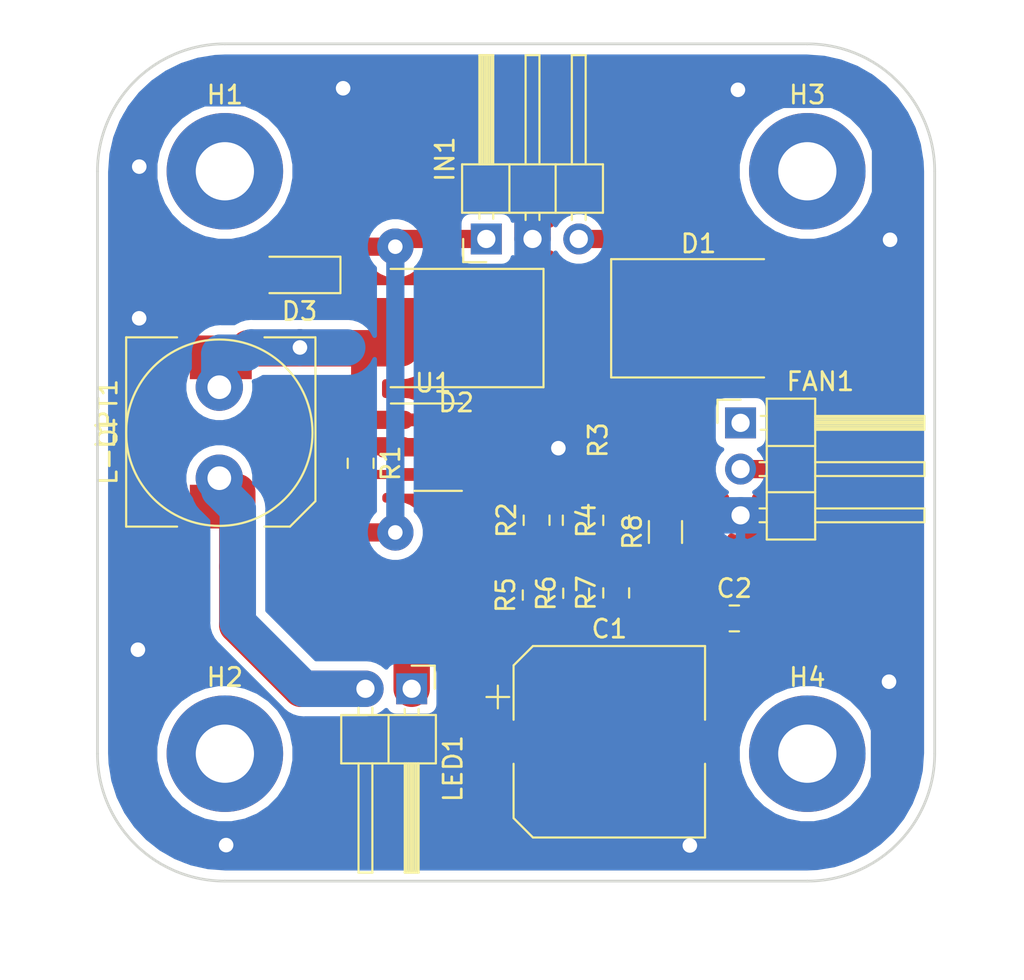
<source format=kicad_pcb>
(kicad_pcb (version 20171130) (host pcbnew 5.1.5+dfsg1-2build2)

  (general
    (thickness 1.6)
    (drawings 12)
    (tracks 178)
    (zones 0)
    (modules 23)
    (nets 10)
  )

  (page A4)
  (layers
    (0 F.Cu signal)
    (31 B.Cu signal)
    (32 B.Adhes user)
    (33 F.Adhes user)
    (34 B.Paste user)
    (35 F.Paste user)
    (36 B.SilkS user)
    (37 F.SilkS user)
    (38 B.Mask user)
    (39 F.Mask user)
    (40 Dwgs.User user)
    (41 Cmts.User user)
    (42 Eco1.User user)
    (43 Eco2.User user)
    (44 Edge.Cuts user)
    (45 Margin user)
    (46 B.CrtYd user)
    (47 F.CrtYd user)
    (48 B.Fab user)
    (49 F.Fab user)
  )

  (setup
    (last_trace_width 1)
    (user_trace_width 0.5)
    (user_trace_width 1)
    (user_trace_width 2)
    (trace_clearance 0.2)
    (zone_clearance 0.7)
    (zone_45_only no)
    (trace_min 0.2)
    (via_size 0.8)
    (via_drill 0.4)
    (via_min_size 0.4)
    (via_min_drill 0.3)
    (user_via 2 0.8)
    (uvia_size 0.3)
    (uvia_drill 0.1)
    (uvias_allowed no)
    (uvia_min_size 0.2)
    (uvia_min_drill 0.1)
    (edge_width 0.05)
    (segment_width 0.2)
    (pcb_text_width 0.3)
    (pcb_text_size 1.5 1.5)
    (mod_edge_width 0.12)
    (mod_text_size 1 1)
    (mod_text_width 0.15)
    (pad_size 1.524 1.524)
    (pad_drill 0.762)
    (pad_to_mask_clearance 0.051)
    (solder_mask_min_width 0.25)
    (aux_axis_origin 109.16412 107.3404)
    (visible_elements FFFDFF7F)
    (pcbplotparams
      (layerselection 0x010fc_ffffffff)
      (usegerberextensions false)
      (usegerberattributes false)
      (usegerberadvancedattributes false)
      (creategerberjobfile false)
      (excludeedgelayer true)
      (linewidth 0.100000)
      (plotframeref false)
      (viasonmask false)
      (mode 1)
      (useauxorigin true)
      (hpglpennumber 1)
      (hpglpenspeed 20)
      (hpglpendiameter 15.000000)
      (psnegative false)
      (psa4output false)
      (plotreference true)
      (plotvalue true)
      (plotinvisibletext false)
      (padsonsilk false)
      (subtractmaskfromsilk false)
      (outputformat 1)
      (mirror false)
      (drillshape 0)
      (scaleselection 1)
      (outputdirectory "cnc2/"))
  )

  (net 0 "")
  (net 1 GND)
  (net 2 "Net-(C1-Pad1)")
  (net 3 "Net-(D1-Pad2)")
  (net 4 "Net-(D2-Pad2)")
  (net 5 "Net-(FAN1-Pad1)")
  (net 6 "Net-(LED1-Pad1)")
  (net 7 "Net-(R2-Pad1)")
  (net 8 "Net-(L-OPT1-Pad1)")
  (net 9 "Net-(D3-Pad1)")

  (net_class Default "To jest domyślna klasa połączeń."
    (clearance 0.2)
    (trace_width 0.25)
    (via_dia 0.8)
    (via_drill 0.4)
    (uvia_dia 0.3)
    (uvia_drill 0.1)
    (add_net GND)
    (add_net "Net-(C1-Pad1)")
    (add_net "Net-(D1-Pad2)")
    (add_net "Net-(D2-Pad2)")
    (add_net "Net-(D3-Pad1)")
    (add_net "Net-(FAN1-Pad1)")
    (add_net "Net-(L-OPT1-Pad1)")
    (add_net "Net-(LED1-Pad1)")
    (add_net "Net-(R2-Pad1)")
  )

  (module Package_TO_SOT_SMD:SOT-89-5 (layer F.Cu) (tedit 5A02FF57) (tstamp 6254BC78)
    (at 127.72136 83.1596)
    (descr "SOT-89-5, Housing,http://www.e-devices.ricoh.co.jp/en/products/product_power/pkg/sot-89-5.pdf")
    (tags "SOT-89-5 Housing ")
    (path /62549409)
    (attr smd)
    (fp_text reference U1 (at -0.275 -3.525) (layer F.SilkS)
      (effects (font (size 1 1) (thickness 0.15)))
    )
    (fp_text value PT4115 (at -0.275 3.325) (layer F.Fab)
      (effects (font (size 1 1) (thickness 0.15)))
    )
    (fp_line (start -2.85 2.55) (end -2.85 -2.55) (layer F.CrtYd) (width 0.05))
    (fp_line (start -2.85 2.55) (end 2.85 2.55) (layer F.CrtYd) (width 0.05))
    (fp_line (start 2.85 -2.55) (end -2.85 -2.55) (layer F.CrtYd) (width 0.05))
    (fp_line (start 2.85 -2.55) (end 2.85 2.55) (layer F.CrtYd) (width 0.05))
    (fp_line (start -0.5 -2.3) (end 1.31 -2.3) (layer F.Fab) (width 0.1))
    (fp_line (start -1.29 2.3) (end -1.29 -1.51) (layer F.Fab) (width 0.1))
    (fp_line (start 1.31 2.3) (end -1.29 2.3) (layer F.Fab) (width 0.1))
    (fp_line (start 1.31 -2.3) (end 1.31 2.3) (layer F.Fab) (width 0.1))
    (fp_line (start -1.29 -1.51) (end -0.5 -2.3) (layer F.Fab) (width 0.1))
    (fp_line (start -2.6 -2.4) (end 1.3 -2.4) (layer F.SilkS) (width 0.12))
    (fp_line (start 1.3 2.4) (end -1.3 2.4) (layer F.SilkS) (width 0.12))
    (fp_text user %R (at 0 0 90) (layer F.Fab)
      (effects (font (size 0.6 0.6) (thickness 0.09)))
    )
    (pad 2 smd rect (at 0 0 270) (size 2 0.8) (layers F.Cu F.Paste F.Mask)
      (net 1 GND))
    (pad 2 smd trapezoid (at -0.775 0 90) (size 1.5 0.75) (rect_delta 0 0.5 ) (layers F.Cu F.Paste F.Mask)
      (net 1 GND))
    (pad 2 smd rect (at 1.85 0 270) (size 1 1.5) (layers F.Cu F.Paste F.Mask)
      (net 1 GND))
    (pad 3 smd rect (at -1.85 1.5 270) (size 0.7 1.5) (layers F.Cu F.Paste F.Mask)
      (net 9 "Net-(D3-Pad1)"))
    (pad 2 smd rect (at -1.85 0 270) (size 1 1.5) (layers F.Cu F.Paste F.Mask)
      (net 1 GND))
    (pad 1 smd rect (at -1.85 -1.5 270) (size 0.7 1.5) (layers F.Cu F.Paste F.Mask)
      (net 4 "Net-(D2-Pad2)"))
    (pad 4 smd rect (at 1.85 1.5 270) (size 0.7 1.5) (layers F.Cu F.Paste F.Mask)
      (net 6 "Net-(LED1-Pad1)"))
    (pad 5 smd rect (at 1.85 -1.5 270) (size 0.7 1.5) (layers F.Cu F.Paste F.Mask)
      (net 2 "Net-(C1-Pad1)"))
    (pad 2 smd trapezoid (at 0.775 0 270) (size 1.5 0.75) (rect_delta 0 0.5 ) (layers F.Cu F.Paste F.Mask)
      (net 1 GND))
    (model ${KISYS3DMOD}/Package_TO_SOT_SMD.3dshapes/SOT-89-5.wrl
      (at (xyz 0 0 0))
      (scale (xyz 1 1 1))
      (rotate (xyz 0 0 0))
    )
  )

  (module Diode_SMD:D_SOD-123 (layer F.Cu) (tedit 58645DC7) (tstamp 6261F739)
    (at 120.09982 73.69556 180)
    (descr SOD-123)
    (tags SOD-123)
    (path /62639270)
    (attr smd)
    (fp_text reference D3 (at 0 -2) (layer F.SilkS)
      (effects (font (size 1 1) (thickness 0.15)))
    )
    (fp_text value D_Zener_ALT (at 0 2.1) (layer F.Fab)
      (effects (font (size 1 1) (thickness 0.15)))
    )
    (fp_line (start -2.25 -1) (end 1.65 -1) (layer F.SilkS) (width 0.12))
    (fp_line (start -2.25 1) (end 1.65 1) (layer F.SilkS) (width 0.12))
    (fp_line (start -2.35 -1.15) (end -2.35 1.15) (layer F.CrtYd) (width 0.05))
    (fp_line (start 2.35 1.15) (end -2.35 1.15) (layer F.CrtYd) (width 0.05))
    (fp_line (start 2.35 -1.15) (end 2.35 1.15) (layer F.CrtYd) (width 0.05))
    (fp_line (start -2.35 -1.15) (end 2.35 -1.15) (layer F.CrtYd) (width 0.05))
    (fp_line (start -1.4 -0.9) (end 1.4 -0.9) (layer F.Fab) (width 0.1))
    (fp_line (start 1.4 -0.9) (end 1.4 0.9) (layer F.Fab) (width 0.1))
    (fp_line (start 1.4 0.9) (end -1.4 0.9) (layer F.Fab) (width 0.1))
    (fp_line (start -1.4 0.9) (end -1.4 -0.9) (layer F.Fab) (width 0.1))
    (fp_line (start -0.75 0) (end -0.35 0) (layer F.Fab) (width 0.1))
    (fp_line (start -0.35 0) (end -0.35 -0.55) (layer F.Fab) (width 0.1))
    (fp_line (start -0.35 0) (end -0.35 0.55) (layer F.Fab) (width 0.1))
    (fp_line (start -0.35 0) (end 0.25 -0.4) (layer F.Fab) (width 0.1))
    (fp_line (start 0.25 -0.4) (end 0.25 0.4) (layer F.Fab) (width 0.1))
    (fp_line (start 0.25 0.4) (end -0.35 0) (layer F.Fab) (width 0.1))
    (fp_line (start 0.25 0) (end 0.75 0) (layer F.Fab) (width 0.1))
    (fp_line (start -2.25 -1) (end -2.25 1) (layer F.SilkS) (width 0.12))
    (fp_text user %R (at 0 -2) (layer F.Fab)
      (effects (font (size 1 1) (thickness 0.15)))
    )
    (pad 2 smd rect (at 1.65 0 180) (size 0.9 1.2) (layers F.Cu F.Paste F.Mask)
      (net 1 GND))
    (pad 1 smd rect (at -1.65 0 180) (size 0.9 1.2) (layers F.Cu F.Paste F.Mask)
      (net 9 "Net-(D3-Pad1)"))
    (model ${KISYS3DMOD}/Diode_SMD.3dshapes/D_SOD-123.wrl
      (at (xyz 0 0 0))
      (scale (xyz 1 1 1))
      (rotate (xyz 0 0 0))
    )
  )

  (module Diode_SMD:D_SMC (layer F.Cu) (tedit 5864295D) (tstamp 6254C10A)
    (at 128.70688 76.61402 180)
    (descr "Diode SMC (DO-214AB)")
    (tags "Diode SMC (DO-214AB)")
    (path /6254C18A)
    (attr smd)
    (fp_text reference D2 (at 0 -4.1) (layer F.SilkS)
      (effects (font (size 1 1) (thickness 0.15)))
    )
    (fp_text value D_Schottky (at 0 4.2) (layer F.Fab)
      (effects (font (size 1 1) (thickness 0.15)))
    )
    (fp_line (start -4.8 -3.25) (end 3.6 -3.25) (layer F.SilkS) (width 0.12))
    (fp_line (start -4.8 3.25) (end 3.6 3.25) (layer F.SilkS) (width 0.12))
    (fp_line (start -0.64944 0.00102) (end 0.50118 -0.79908) (layer F.Fab) (width 0.1))
    (fp_line (start -0.64944 0.00102) (end 0.50118 0.75032) (layer F.Fab) (width 0.1))
    (fp_line (start 0.50118 0.75032) (end 0.50118 -0.79908) (layer F.Fab) (width 0.1))
    (fp_line (start -0.64944 -0.79908) (end -0.64944 0.80112) (layer F.Fab) (width 0.1))
    (fp_line (start 0.50118 0.00102) (end 1.4994 0.00102) (layer F.Fab) (width 0.1))
    (fp_line (start -0.64944 0.00102) (end -1.55114 0.00102) (layer F.Fab) (width 0.1))
    (fp_line (start -4.9 3.35) (end -4.9 -3.35) (layer F.CrtYd) (width 0.05))
    (fp_line (start 4.9 3.35) (end -4.9 3.35) (layer F.CrtYd) (width 0.05))
    (fp_line (start 4.9 -3.35) (end 4.9 3.35) (layer F.CrtYd) (width 0.05))
    (fp_line (start -4.9 -3.35) (end 4.9 -3.35) (layer F.CrtYd) (width 0.05))
    (fp_line (start 3.55 -3.1) (end -3.55 -3.1) (layer F.Fab) (width 0.1))
    (fp_line (start 3.55 -3.1) (end 3.55 3.1) (layer F.Fab) (width 0.1))
    (fp_line (start -3.55 3.1) (end -3.55 -3.1) (layer F.Fab) (width 0.1))
    (fp_line (start 3.55 3.1) (end -3.55 3.1) (layer F.Fab) (width 0.1))
    (fp_line (start -4.8 3.25) (end -4.8 -3.25) (layer F.SilkS) (width 0.12))
    (fp_text user %R (at 0 -1.9) (layer F.Fab)
      (effects (font (size 1 1) (thickness 0.15)))
    )
    (pad 2 smd rect (at 3.4 0 270) (size 3.3 2.5) (layers F.Cu F.Paste F.Mask)
      (net 4 "Net-(D2-Pad2)"))
    (pad 1 smd rect (at -3.4 0 270) (size 3.3 2.5) (layers F.Cu F.Paste F.Mask)
      (net 2 "Net-(C1-Pad1)"))
    (model ${KISYS3DMOD}/Diode_SMD.3dshapes/D_SMC.wrl
      (at (xyz 0 0 0))
      (scale (xyz 1 1 1))
      (rotate (xyz 0 0 0))
    )
  )

  (module Resistor_SMD:R_1206_3216Metric (layer F.Cu) (tedit 5B301BBD) (tstamp 625D79C7)
    (at 140.208 87.82004 90)
    (descr "Resistor SMD 1206 (3216 Metric), square (rectangular) end terminal, IPC_7351 nominal, (Body size source: http://www.tortai-tech.com/upload/download/2011102023233369053.pdf), generated with kicad-footprint-generator")
    (tags resistor)
    (path /625D4A20)
    (attr smd)
    (fp_text reference R8 (at 0 -1.82 90) (layer F.SilkS)
      (effects (font (size 1 1) (thickness 0.15)))
    )
    (fp_text value R (at 0 1.82 90) (layer F.Fab)
      (effects (font (size 1 1) (thickness 0.15)))
    )
    (fp_text user %R (at 0 0 90) (layer F.Fab)
      (effects (font (size 0.8 0.8) (thickness 0.12)))
    )
    (fp_line (start 2.28 1.12) (end -2.28 1.12) (layer F.CrtYd) (width 0.05))
    (fp_line (start 2.28 -1.12) (end 2.28 1.12) (layer F.CrtYd) (width 0.05))
    (fp_line (start -2.28 -1.12) (end 2.28 -1.12) (layer F.CrtYd) (width 0.05))
    (fp_line (start -2.28 1.12) (end -2.28 -1.12) (layer F.CrtYd) (width 0.05))
    (fp_line (start -0.602064 0.91) (end 0.602064 0.91) (layer F.SilkS) (width 0.12))
    (fp_line (start -0.602064 -0.91) (end 0.602064 -0.91) (layer F.SilkS) (width 0.12))
    (fp_line (start 1.6 0.8) (end -1.6 0.8) (layer F.Fab) (width 0.1))
    (fp_line (start 1.6 -0.8) (end 1.6 0.8) (layer F.Fab) (width 0.1))
    (fp_line (start -1.6 -0.8) (end 1.6 -0.8) (layer F.Fab) (width 0.1))
    (fp_line (start -1.6 0.8) (end -1.6 -0.8) (layer F.Fab) (width 0.1))
    (pad 2 smd roundrect (at 1.4 0 90) (size 1.25 1.75) (layers F.Cu F.Paste F.Mask) (roundrect_rratio 0.2)
      (net 2 "Net-(C1-Pad1)"))
    (pad 1 smd roundrect (at -1.4 0 90) (size 1.25 1.75) (layers F.Cu F.Paste F.Mask) (roundrect_rratio 0.2)
      (net 7 "Net-(R2-Pad1)"))
    (model ${KISYS3DMOD}/Resistor_SMD.3dshapes/R_1206_3216Metric.wrl
      (at (xyz 0 0 0))
      (scale (xyz 1 1 1))
      (rotate (xyz 0 0 0))
    )
  )

  (module Inductor_SMD:L_Wuerth_WE-PDF (layer F.Cu) (tedit 5D8D15CA) (tstamp 625986FB)
    (at 115.77574 82.32394 90)
    (descr "Shielded Power Inductor, Wuerth Elektronik, WE-PDF, SMD, https://katalog.we-online.de/pbs/datasheet/7447797022.pdf")
    (tags "Choke Shielded Power Inductor WE-PDF Wuerth")
    (path /62595388)
    (attr smd)
    (fp_text reference L-OPT1 (at 0 -6.2 90) (layer F.SilkS)
      (effects (font (size 1 1) (thickness 0.15)))
    )
    (fp_text value INDUCTOR (at 0.1 6.4 90) (layer F.Fab)
      (effects (font (size 1 1) (thickness 0.15)))
    )
    (fp_circle (center 1.85 2.1) (end 2.1 2.2) (layer F.Fab) (width 0.1))
    (fp_circle (center 0 0) (end 0.15 0.15) (layer F.Adhes) (width 0.38))
    (fp_circle (center 0 0) (end 0.6 0.05) (layer F.Adhes) (width 0.38))
    (fp_circle (center 0 0) (end 0.95 0) (layer F.Adhes) (width 0.38))
    (fp_circle (center 0 0) (end 1.3 0.05) (layer F.Adhes) (width 0.38))
    (fp_line (start -5.1 -5.1) (end -5.1 -2.4) (layer F.Fab) (width 0.1))
    (fp_line (start 5.1 -5.1) (end -5.1 -5.1) (layer F.Fab) (width 0.1))
    (fp_line (start 5.1 5.1) (end 5.1 2.4) (layer F.Fab) (width 0.1))
    (fp_line (start 5.1 -5.1) (end 5.1 -2.4) (layer F.Fab) (width 0.1))
    (fp_line (start -5.1 3.8) (end -3.8 5.05) (layer F.Fab) (width 0.1))
    (fp_line (start 5.1 5.1) (end -3.8 5.1) (layer F.Fab) (width 0.1))
    (fp_line (start -5.1 2.4) (end -5.1 3.8) (layer F.Fab) (width 0.1))
    (fp_line (start -3.7 -2.3) (end -3.75 -2.2) (layer F.Fab) (width 0.1))
    (fp_line (start -3 -3.2) (end -3.7 -2.3) (layer F.Fab) (width 0.1))
    (fp_line (start -2.4 -3.65) (end -3 -3.2) (layer F.Fab) (width 0.1))
    (fp_line (start -1.5 -4.1) (end -2.4 -3.65) (layer F.Fab) (width 0.1))
    (fp_line (start -0.65 -4.35) (end -1.5 -4.1) (layer F.Fab) (width 0.1))
    (fp_line (start 0.2 -4.4) (end -0.65 -4.35) (layer F.Fab) (width 0.1))
    (fp_line (start 0.85 -4.3) (end 0.2 -4.4) (layer F.Fab) (width 0.1))
    (fp_line (start 1.7 -4) (end 0.85 -4.3) (layer F.Fab) (width 0.1))
    (fp_line (start 2.35 -3.65) (end 1.7 -4) (layer F.Fab) (width 0.1))
    (fp_line (start 3 -3.2) (end 2.35 -3.65) (layer F.Fab) (width 0.1))
    (fp_line (start 3.45 -2.65) (end 3 -3.2) (layer F.Fab) (width 0.1))
    (fp_line (start 3.8 -2.2) (end 3.45 -2.65) (layer F.Fab) (width 0.1))
    (fp_line (start 3.5 2.6) (end 3.75 2.2) (layer F.Fab) (width 0.1))
    (fp_line (start 2.9 3.25) (end 3.5 2.6) (layer F.Fab) (width 0.1))
    (fp_line (start 2.1 3.85) (end 2.9 3.25) (layer F.Fab) (width 0.1))
    (fp_line (start 1.2 4.2) (end 2.1 3.85) (layer F.Fab) (width 0.1))
    (fp_line (start 0.25 4.35) (end 1.2 4.2) (layer F.Fab) (width 0.1))
    (fp_line (start -0.3 4.35) (end 0.25 4.35) (layer F.Fab) (width 0.1))
    (fp_line (start -1.4 4.15) (end -0.3 4.35) (layer F.Fab) (width 0.1))
    (fp_line (start -2.4 3.65) (end -1.4 4.15) (layer F.Fab) (width 0.1))
    (fp_line (start -3.05 3.1) (end -2.4 3.65) (layer F.Fab) (width 0.1))
    (fp_line (start -3.6 2.45) (end -3.05 3.1) (layer F.Fab) (width 0.1))
    (fp_line (start -3.8 2.15) (end -3.6 2.45) (layer F.Fab) (width 0.1))
    (fp_line (start -5.6 -5.4) (end 5.6 -5.4) (layer F.CrtYd) (width 0.05))
    (fp_line (start -5.6 3.7) (end -5.6 -5.4) (layer F.CrtYd) (width 0.05))
    (fp_line (start -3.8 5.5) (end -5.6 3.7) (layer F.CrtYd) (width 0.05))
    (fp_line (start 5.6 5.5) (end -3.8 5.5) (layer F.CrtYd) (width 0.05))
    (fp_line (start 5.6 -5.4) (end 5.6 5.5) (layer F.CrtYd) (width 0.05))
    (fp_line (start 5.2 -5.2) (end 5.2 -2.4) (layer F.SilkS) (width 0.12))
    (fp_line (start -5.2 -5.2) (end 5.2 -5.2) (layer F.SilkS) (width 0.12))
    (fp_line (start -5.2 -2.4) (end -5.2 -5.2) (layer F.SilkS) (width 0.12))
    (fp_line (start -5.2 3.8) (end -5.2 2.4) (layer F.SilkS) (width 0.12))
    (fp_line (start -3.8 5.2) (end -5.2 3.8) (layer F.SilkS) (width 0.12))
    (fp_line (start 5.2 5.2) (end -3.8 5.2) (layer F.SilkS) (width 0.12))
    (fp_line (start 5.2 2.4) (end 5.2 5.2) (layer F.SilkS) (width 0.12))
    (fp_text user %R (at 0 0 90) (layer F.Fab)
      (effects (font (size 1 1) (thickness 0.15)))
    )
    (pad 2 smd rect (at 4.1 0 90) (size 2.4 3.4) (layers F.Cu F.Paste F.Mask)
      (net 4 "Net-(D2-Pad2)"))
    (pad 1 smd rect (at -4.1 0 90) (size 2.4 3.4) (layers F.Cu F.Paste F.Mask)
      (net 8 "Net-(L-OPT1-Pad1)"))
    (model ${KISYS3DMOD}/Inductor_SMD.3dshapes/L_Wuerth_WE-PDF.wrl
      (at (xyz 0 0 0))
      (scale (xyz 1 1 1))
      (rotate (xyz 0 0 0))
    )
  )

  (module Diode_SMD:D_SMC (layer F.Cu) (tedit 5864295D) (tstamp 6254C0F2)
    (at 142.02262 76.07808)
    (descr "Diode SMC (DO-214AB)")
    (tags "Diode SMC (DO-214AB)")
    (path /6254EA1E)
    (attr smd)
    (fp_text reference D1 (at 0 -4.1) (layer F.SilkS)
      (effects (font (size 1 1) (thickness 0.15)))
    )
    (fp_text value D_Schottky (at 0 4.2) (layer F.Fab)
      (effects (font (size 1 1) (thickness 0.15)))
    )
    (fp_line (start -4.8 -3.25) (end 3.6 -3.25) (layer F.SilkS) (width 0.12))
    (fp_line (start -4.8 3.25) (end 3.6 3.25) (layer F.SilkS) (width 0.12))
    (fp_line (start -0.64944 0.00102) (end 0.50118 -0.79908) (layer F.Fab) (width 0.1))
    (fp_line (start -0.64944 0.00102) (end 0.50118 0.75032) (layer F.Fab) (width 0.1))
    (fp_line (start 0.50118 0.75032) (end 0.50118 -0.79908) (layer F.Fab) (width 0.1))
    (fp_line (start -0.64944 -0.79908) (end -0.64944 0.80112) (layer F.Fab) (width 0.1))
    (fp_line (start 0.50118 0.00102) (end 1.4994 0.00102) (layer F.Fab) (width 0.1))
    (fp_line (start -0.64944 0.00102) (end -1.55114 0.00102) (layer F.Fab) (width 0.1))
    (fp_line (start -4.9 3.35) (end -4.9 -3.35) (layer F.CrtYd) (width 0.05))
    (fp_line (start 4.9 3.35) (end -4.9 3.35) (layer F.CrtYd) (width 0.05))
    (fp_line (start 4.9 -3.35) (end 4.9 3.35) (layer F.CrtYd) (width 0.05))
    (fp_line (start -4.9 -3.35) (end 4.9 -3.35) (layer F.CrtYd) (width 0.05))
    (fp_line (start 3.55 -3.1) (end -3.55 -3.1) (layer F.Fab) (width 0.1))
    (fp_line (start 3.55 -3.1) (end 3.55 3.1) (layer F.Fab) (width 0.1))
    (fp_line (start -3.55 3.1) (end -3.55 -3.1) (layer F.Fab) (width 0.1))
    (fp_line (start 3.55 3.1) (end -3.55 3.1) (layer F.Fab) (width 0.1))
    (fp_line (start -4.8 3.25) (end -4.8 -3.25) (layer F.SilkS) (width 0.12))
    (fp_text user %R (at 0 -1.9) (layer F.Fab)
      (effects (font (size 1 1) (thickness 0.15)))
    )
    (pad 2 smd rect (at 3.4 0 90) (size 3.3 2.5) (layers F.Cu F.Paste F.Mask)
      (net 3 "Net-(D1-Pad2)"))
    (pad 1 smd rect (at -3.4 0 90) (size 3.3 2.5) (layers F.Cu F.Paste F.Mask)
      (net 2 "Net-(C1-Pad1)"))
    (model ${KISYS3DMOD}/Diode_SMD.3dshapes/D_SMC.wrl
      (at (xyz 0 0 0))
      (scale (xyz 1 1 1))
      (rotate (xyz 0 0 0))
    )
  )

  (module Inductor_THT:L_Radial_D10.0mm_P5.00mm_Fastron_07M (layer F.Cu) (tedit 5AE59B06) (tstamp 6254EA94)
    (at 115.69446 84.86394 90)
    (descr "Inductor, Radial series, Radial, pin pitch=5.00mm, , diameter=10mm, Fastron, 07M, http://www.fastrongroup.com/image-show/37/07M.pdf?type=Complete-DataSheet&productType=series")
    (tags "Inductor Radial series Radial pin pitch 5.00mm  diameter 10mm Fastron 07M")
    (path /62556437)
    (fp_text reference L1 (at 2.5 -6.25 90) (layer F.SilkS)
      (effects (font (size 1 1) (thickness 0.15)))
    )
    (fp_text value INDUCTOR (at 2.5 6.25 90) (layer F.Fab)
      (effects (font (size 1 1) (thickness 0.15)))
    )
    (fp_text user %R (at 2.5 0 90) (layer F.Fab)
      (effects (font (size 1 1) (thickness 0.15)))
    )
    (fp_circle (center 2.5 0) (end 7.75 0) (layer F.CrtYd) (width 0.05))
    (fp_circle (center 2.5 0) (end 7.62 0) (layer F.SilkS) (width 0.12))
    (fp_circle (center 2.5 0) (end 7.5 0) (layer F.Fab) (width 0.1))
    (pad 2 thru_hole circle (at 5 0 90) (size 2.6 2.6) (drill 1.3) (layers *.Cu *.Mask)
      (net 4 "Net-(D2-Pad2)"))
    (pad 1 thru_hole circle (at 0 0 90) (size 2.6 2.6) (drill 1.3) (layers *.Cu *.Mask)
      (net 8 "Net-(L-OPT1-Pad1)"))
    (model ${KISYS3DMOD}/Inductor_THT.3dshapes/L_Radial_D10.0mm_P5.00mm_Fastron_07M.wrl
      (at (xyz 0 0 0))
      (scale (xyz 1 1 1))
      (rotate (xyz 0 0 0))
    )
  )

  (module MountingHole:MountingHole_3.2mm_M3_Pad (layer F.Cu) (tedit 56D1B4CB) (tstamp 62547269)
    (at 148 100)
    (descr "Mounting Hole 3.2mm, M3")
    (tags "mounting hole 3.2mm m3")
    (path /62547994)
    (attr virtual)
    (fp_text reference H4 (at 0 -4.2) (layer F.SilkS)
      (effects (font (size 1 1) (thickness 0.15)))
    )
    (fp_text value MountingHole (at 0 4.2) (layer F.Fab)
      (effects (font (size 1 1) (thickness 0.15)))
    )
    (fp_circle (center 0 0) (end 3.45 0) (layer F.CrtYd) (width 0.05))
    (fp_circle (center 0 0) (end 3.2 0) (layer Cmts.User) (width 0.15))
    (fp_text user %R (at 0.3 0) (layer F.Fab)
      (effects (font (size 1 1) (thickness 0.15)))
    )
    (pad 1 thru_hole circle (at 0 0) (size 6.4 6.4) (drill 3.2) (layers *.Cu *.Mask))
  )

  (module MountingHole:MountingHole_3.2mm_M3_Pad (layer F.Cu) (tedit 56D1B4CB) (tstamp 62547261)
    (at 148 68)
    (descr "Mounting Hole 3.2mm, M3")
    (tags "mounting hole 3.2mm m3")
    (path /62547786)
    (attr virtual)
    (fp_text reference H3 (at 0 -4.2) (layer F.SilkS)
      (effects (font (size 1 1) (thickness 0.15)))
    )
    (fp_text value MountingHole (at 0 4.2) (layer F.Fab)
      (effects (font (size 1 1) (thickness 0.15)))
    )
    (fp_circle (center 0 0) (end 3.45 0) (layer F.CrtYd) (width 0.05))
    (fp_circle (center 0 0) (end 3.2 0) (layer Cmts.User) (width 0.15))
    (fp_text user %R (at 0.3 0) (layer F.Fab)
      (effects (font (size 1 1) (thickness 0.15)))
    )
    (pad 1 thru_hole circle (at 0 0) (size 6.4 6.4) (drill 3.2) (layers *.Cu *.Mask))
  )

  (module MountingHole:MountingHole_3.2mm_M3_Pad (layer F.Cu) (tedit 56D1B4CB) (tstamp 62547259)
    (at 116 100)
    (descr "Mounting Hole 3.2mm, M3")
    (tags "mounting hole 3.2mm m3")
    (path /62547585)
    (attr virtual)
    (fp_text reference H2 (at 0 -4.2) (layer F.SilkS)
      (effects (font (size 1 1) (thickness 0.15)))
    )
    (fp_text value MountingHole (at 0 4.2) (layer F.Fab)
      (effects (font (size 1 1) (thickness 0.15)))
    )
    (fp_circle (center 0 0) (end 3.45 0) (layer F.CrtYd) (width 0.05))
    (fp_circle (center 0 0) (end 3.2 0) (layer Cmts.User) (width 0.15))
    (fp_text user %R (at 0.3 0) (layer F.Fab)
      (effects (font (size 1 1) (thickness 0.15)))
    )
    (pad 1 thru_hole circle (at 0 0) (size 6.4 6.4) (drill 3.2) (layers *.Cu *.Mask))
  )

  (module MountingHole:MountingHole_3.2mm_M3_Pad (layer F.Cu) (tedit 56D1B4CB) (tstamp 62547251)
    (at 116 68)
    (descr "Mounting Hole 3.2mm, M3")
    (tags "mounting hole 3.2mm m3")
    (path /6254721E)
    (attr virtual)
    (fp_text reference H1 (at 0 -4.2) (layer F.SilkS)
      (effects (font (size 1 1) (thickness 0.15)))
    )
    (fp_text value MountingHole (at 0 4.2) (layer F.Fab)
      (effects (font (size 1 1) (thickness 0.15)))
    )
    (fp_circle (center 0 0) (end 3.45 0) (layer F.CrtYd) (width 0.05))
    (fp_circle (center 0 0) (end 3.2 0) (layer Cmts.User) (width 0.15))
    (fp_text user %R (at 0.3 0) (layer F.Fab)
      (effects (font (size 1 1) (thickness 0.15)))
    )
    (pad 1 thru_hole circle (at 0 0) (size 6.4 6.4) (drill 3.2) (layers *.Cu *.Mask))
  )

  (module Capacitor_SMD:CP_Elec_10x7.7 (layer F.Cu) (tedit 5BCA39D1) (tstamp 6254CDA6)
    (at 137.1219 99.34448)
    (descr "SMD capacitor, aluminum electrolytic, Nichicon, 10.0x7.7mm")
    (tags "capacitor electrolytic")
    (path /6255BDB1)
    (attr smd)
    (fp_text reference C1 (at 0 -6.2) (layer F.SilkS)
      (effects (font (size 1 1) (thickness 0.15)))
    )
    (fp_text value 470uF/16V (at 0 6.2) (layer F.Fab)
      (effects (font (size 1 1) (thickness 0.15)))
    )
    (fp_text user %R (at 0 0) (layer F.Fab)
      (effects (font (size 1 1) (thickness 0.15)))
    )
    (fp_line (start -6.8 1.2) (end -5.4 1.2) (layer F.CrtYd) (width 0.05))
    (fp_line (start -6.8 -1.2) (end -6.8 1.2) (layer F.CrtYd) (width 0.05))
    (fp_line (start -5.4 -1.2) (end -6.8 -1.2) (layer F.CrtYd) (width 0.05))
    (fp_line (start -5.4 1.2) (end -5.4 4.25) (layer F.CrtYd) (width 0.05))
    (fp_line (start -5.4 -4.25) (end -5.4 -1.2) (layer F.CrtYd) (width 0.05))
    (fp_line (start -5.4 -4.25) (end -4.25 -5.4) (layer F.CrtYd) (width 0.05))
    (fp_line (start -5.4 4.25) (end -4.25 5.4) (layer F.CrtYd) (width 0.05))
    (fp_line (start -4.25 -5.4) (end 5.4 -5.4) (layer F.CrtYd) (width 0.05))
    (fp_line (start -4.25 5.4) (end 5.4 5.4) (layer F.CrtYd) (width 0.05))
    (fp_line (start 5.4 1.2) (end 5.4 5.4) (layer F.CrtYd) (width 0.05))
    (fp_line (start 6.8 1.2) (end 5.4 1.2) (layer F.CrtYd) (width 0.05))
    (fp_line (start 6.8 -1.2) (end 6.8 1.2) (layer F.CrtYd) (width 0.05))
    (fp_line (start 5.4 -1.2) (end 6.8 -1.2) (layer F.CrtYd) (width 0.05))
    (fp_line (start 5.4 -5.4) (end 5.4 -1.2) (layer F.CrtYd) (width 0.05))
    (fp_line (start -6.125 -3.085) (end -6.125 -1.835) (layer F.SilkS) (width 0.12))
    (fp_line (start -6.75 -2.46) (end -5.5 -2.46) (layer F.SilkS) (width 0.12))
    (fp_line (start -5.26 4.195563) (end -4.195563 5.26) (layer F.SilkS) (width 0.12))
    (fp_line (start -5.26 -4.195563) (end -4.195563 -5.26) (layer F.SilkS) (width 0.12))
    (fp_line (start -5.26 -4.195563) (end -5.26 -1.21) (layer F.SilkS) (width 0.12))
    (fp_line (start -5.26 4.195563) (end -5.26 1.21) (layer F.SilkS) (width 0.12))
    (fp_line (start -4.195563 5.26) (end 5.26 5.26) (layer F.SilkS) (width 0.12))
    (fp_line (start -4.195563 -5.26) (end 5.26 -5.26) (layer F.SilkS) (width 0.12))
    (fp_line (start 5.26 -5.26) (end 5.26 -1.21) (layer F.SilkS) (width 0.12))
    (fp_line (start 5.26 5.26) (end 5.26 1.21) (layer F.SilkS) (width 0.12))
    (fp_line (start -4.058325 -2.2) (end -4.058325 -1.2) (layer F.Fab) (width 0.1))
    (fp_line (start -4.558325 -1.7) (end -3.558325 -1.7) (layer F.Fab) (width 0.1))
    (fp_line (start -5.15 4.15) (end -4.15 5.15) (layer F.Fab) (width 0.1))
    (fp_line (start -5.15 -4.15) (end -4.15 -5.15) (layer F.Fab) (width 0.1))
    (fp_line (start -5.15 -4.15) (end -5.15 4.15) (layer F.Fab) (width 0.1))
    (fp_line (start -4.15 5.15) (end 5.15 5.15) (layer F.Fab) (width 0.1))
    (fp_line (start -4.15 -5.15) (end 5.15 -5.15) (layer F.Fab) (width 0.1))
    (fp_line (start 5.15 -5.15) (end 5.15 5.15) (layer F.Fab) (width 0.1))
    (fp_circle (center 0 0) (end 5 0) (layer F.Fab) (width 0.1))
    (pad 2 smd roundrect (at 4.35 0) (size 4.4 1.9) (layers F.Cu F.Paste F.Mask) (roundrect_rratio 0.131579)
      (net 1 GND))
    (pad 1 smd roundrect (at -4.35 0) (size 4.4 1.9) (layers F.Cu F.Paste F.Mask) (roundrect_rratio 0.131579)
      (net 2 "Net-(C1-Pad1)"))
    (model ${KISYS3DMOD}/Capacitor_SMD.3dshapes/CP_Elec_10x7.7.wrl
      (at (xyz 0 0 0))
      (scale (xyz 1 1 1))
      (rotate (xyz 0 0 0))
    )
  )

  (module Connector_PinHeader_2.54mm:PinHeader_1x02_P2.54mm_Horizontal (layer F.Cu) (tedit 59FED5CB) (tstamp 6254E048)
    (at 126.2634 96.43364 270)
    (descr "Through hole angled pin header, 1x02, 2.54mm pitch, 6mm pin length, single row")
    (tags "Through hole angled pin header THT 1x02 2.54mm single row")
    (path /62557BD8)
    (fp_text reference LED1 (at 4.385 -2.27 90) (layer F.SilkS)
      (effects (font (size 1 1) (thickness 0.15)))
    )
    (fp_text value Conn_01x02 (at 4.385 4.81 90) (layer F.Fab)
      (effects (font (size 1 1) (thickness 0.15)))
    )
    (fp_text user %R (at 2.77 1.27) (layer F.Fab)
      (effects (font (size 1 1) (thickness 0.15)))
    )
    (fp_line (start 10.55 -1.8) (end -1.8 -1.8) (layer F.CrtYd) (width 0.05))
    (fp_line (start 10.55 4.35) (end 10.55 -1.8) (layer F.CrtYd) (width 0.05))
    (fp_line (start -1.8 4.35) (end 10.55 4.35) (layer F.CrtYd) (width 0.05))
    (fp_line (start -1.8 -1.8) (end -1.8 4.35) (layer F.CrtYd) (width 0.05))
    (fp_line (start -1.27 -1.27) (end 0 -1.27) (layer F.SilkS) (width 0.12))
    (fp_line (start -1.27 0) (end -1.27 -1.27) (layer F.SilkS) (width 0.12))
    (fp_line (start 1.042929 2.92) (end 1.44 2.92) (layer F.SilkS) (width 0.12))
    (fp_line (start 1.042929 2.16) (end 1.44 2.16) (layer F.SilkS) (width 0.12))
    (fp_line (start 10.1 2.92) (end 4.1 2.92) (layer F.SilkS) (width 0.12))
    (fp_line (start 10.1 2.16) (end 10.1 2.92) (layer F.SilkS) (width 0.12))
    (fp_line (start 4.1 2.16) (end 10.1 2.16) (layer F.SilkS) (width 0.12))
    (fp_line (start 1.44 1.27) (end 4.1 1.27) (layer F.SilkS) (width 0.12))
    (fp_line (start 1.11 0.38) (end 1.44 0.38) (layer F.SilkS) (width 0.12))
    (fp_line (start 1.11 -0.38) (end 1.44 -0.38) (layer F.SilkS) (width 0.12))
    (fp_line (start 4.1 0.28) (end 10.1 0.28) (layer F.SilkS) (width 0.12))
    (fp_line (start 4.1 0.16) (end 10.1 0.16) (layer F.SilkS) (width 0.12))
    (fp_line (start 4.1 0.04) (end 10.1 0.04) (layer F.SilkS) (width 0.12))
    (fp_line (start 4.1 -0.08) (end 10.1 -0.08) (layer F.SilkS) (width 0.12))
    (fp_line (start 4.1 -0.2) (end 10.1 -0.2) (layer F.SilkS) (width 0.12))
    (fp_line (start 4.1 -0.32) (end 10.1 -0.32) (layer F.SilkS) (width 0.12))
    (fp_line (start 10.1 0.38) (end 4.1 0.38) (layer F.SilkS) (width 0.12))
    (fp_line (start 10.1 -0.38) (end 10.1 0.38) (layer F.SilkS) (width 0.12))
    (fp_line (start 4.1 -0.38) (end 10.1 -0.38) (layer F.SilkS) (width 0.12))
    (fp_line (start 4.1 -1.33) (end 1.44 -1.33) (layer F.SilkS) (width 0.12))
    (fp_line (start 4.1 3.87) (end 4.1 -1.33) (layer F.SilkS) (width 0.12))
    (fp_line (start 1.44 3.87) (end 4.1 3.87) (layer F.SilkS) (width 0.12))
    (fp_line (start 1.44 -1.33) (end 1.44 3.87) (layer F.SilkS) (width 0.12))
    (fp_line (start 4.04 2.86) (end 10.04 2.86) (layer F.Fab) (width 0.1))
    (fp_line (start 10.04 2.22) (end 10.04 2.86) (layer F.Fab) (width 0.1))
    (fp_line (start 4.04 2.22) (end 10.04 2.22) (layer F.Fab) (width 0.1))
    (fp_line (start -0.32 2.86) (end 1.5 2.86) (layer F.Fab) (width 0.1))
    (fp_line (start -0.32 2.22) (end -0.32 2.86) (layer F.Fab) (width 0.1))
    (fp_line (start -0.32 2.22) (end 1.5 2.22) (layer F.Fab) (width 0.1))
    (fp_line (start 4.04 0.32) (end 10.04 0.32) (layer F.Fab) (width 0.1))
    (fp_line (start 10.04 -0.32) (end 10.04 0.32) (layer F.Fab) (width 0.1))
    (fp_line (start 4.04 -0.32) (end 10.04 -0.32) (layer F.Fab) (width 0.1))
    (fp_line (start -0.32 0.32) (end 1.5 0.32) (layer F.Fab) (width 0.1))
    (fp_line (start -0.32 -0.32) (end -0.32 0.32) (layer F.Fab) (width 0.1))
    (fp_line (start -0.32 -0.32) (end 1.5 -0.32) (layer F.Fab) (width 0.1))
    (fp_line (start 1.5 -0.635) (end 2.135 -1.27) (layer F.Fab) (width 0.1))
    (fp_line (start 1.5 3.81) (end 1.5 -0.635) (layer F.Fab) (width 0.1))
    (fp_line (start 4.04 3.81) (end 1.5 3.81) (layer F.Fab) (width 0.1))
    (fp_line (start 4.04 -1.27) (end 4.04 3.81) (layer F.Fab) (width 0.1))
    (fp_line (start 2.135 -1.27) (end 4.04 -1.27) (layer F.Fab) (width 0.1))
    (pad 2 thru_hole oval (at 0 2.54 270) (size 1.7 1.7) (drill 1) (layers *.Cu *.Mask)
      (net 8 "Net-(L-OPT1-Pad1)"))
    (pad 1 thru_hole rect (at 0 0 270) (size 1.7 1.7) (drill 1) (layers *.Cu *.Mask)
      (net 6 "Net-(LED1-Pad1)"))
    (model ${KISYS3DMOD}/Connector_PinHeader_2.54mm.3dshapes/PinHeader_1x02_P2.54mm_Horizontal.wrl
      (at (xyz 0 0 0))
      (scale (xyz 1 1 1))
      (rotate (xyz 0 0 0))
    )
  )

  (module Resistor_SMD:R_0805_2012Metric (layer F.Cu) (tedit 5B36C52B) (tstamp 6254C24F)
    (at 137.50036 91.16822 90)
    (descr "Resistor SMD 0805 (2012 Metric), square (rectangular) end terminal, IPC_7351 nominal, (Body size source: https://docs.google.com/spreadsheets/d/1BsfQQcO9C6DZCsRaXUlFlo91Tg2WpOkGARC1WS5S8t0/edit?usp=sharing), generated with kicad-footprint-generator")
    (tags resistor)
    (path /62550C59)
    (attr smd)
    (fp_text reference R7 (at 0 -1.65 90) (layer F.SilkS)
      (effects (font (size 1 1) (thickness 0.15)))
    )
    (fp_text value R (at 0 1.65 90) (layer F.Fab)
      (effects (font (size 1 1) (thickness 0.15)))
    )
    (fp_text user %R (at 0 0 90) (layer F.Fab)
      (effects (font (size 0.5 0.5) (thickness 0.08)))
    )
    (fp_line (start 1.68 0.95) (end -1.68 0.95) (layer F.CrtYd) (width 0.05))
    (fp_line (start 1.68 -0.95) (end 1.68 0.95) (layer F.CrtYd) (width 0.05))
    (fp_line (start -1.68 -0.95) (end 1.68 -0.95) (layer F.CrtYd) (width 0.05))
    (fp_line (start -1.68 0.95) (end -1.68 -0.95) (layer F.CrtYd) (width 0.05))
    (fp_line (start -0.258578 0.71) (end 0.258578 0.71) (layer F.SilkS) (width 0.12))
    (fp_line (start -0.258578 -0.71) (end 0.258578 -0.71) (layer F.SilkS) (width 0.12))
    (fp_line (start 1 0.6) (end -1 0.6) (layer F.Fab) (width 0.1))
    (fp_line (start 1 -0.6) (end 1 0.6) (layer F.Fab) (width 0.1))
    (fp_line (start -1 -0.6) (end 1 -0.6) (layer F.Fab) (width 0.1))
    (fp_line (start -1 0.6) (end -1 -0.6) (layer F.Fab) (width 0.1))
    (pad 2 smd roundrect (at 0.9375 0 90) (size 0.975 1.4) (layers F.Cu F.Paste F.Mask) (roundrect_rratio 0.25)
      (net 7 "Net-(R2-Pad1)"))
    (pad 1 smd roundrect (at -0.9375 0 90) (size 0.975 1.4) (layers F.Cu F.Paste F.Mask) (roundrect_rratio 0.25)
      (net 6 "Net-(LED1-Pad1)"))
    (model ${KISYS3DMOD}/Resistor_SMD.3dshapes/R_0805_2012Metric.wrl
      (at (xyz 0 0 0))
      (scale (xyz 1 1 1))
      (rotate (xyz 0 0 0))
    )
  )

  (module Resistor_SMD:R_0805_2012Metric (layer F.Cu) (tedit 5B36C52B) (tstamp 6254C23E)
    (at 135.30072 91.18624 90)
    (descr "Resistor SMD 0805 (2012 Metric), square (rectangular) end terminal, IPC_7351 nominal, (Body size source: https://docs.google.com/spreadsheets/d/1BsfQQcO9C6DZCsRaXUlFlo91Tg2WpOkGARC1WS5S8t0/edit?usp=sharing), generated with kicad-footprint-generator")
    (tags resistor)
    (path /6255459F)
    (attr smd)
    (fp_text reference R6 (at 0 -1.65 90) (layer F.SilkS)
      (effects (font (size 1 1) (thickness 0.15)))
    )
    (fp_text value R (at 0 1.65 90) (layer F.Fab)
      (effects (font (size 1 1) (thickness 0.15)))
    )
    (fp_text user %R (at 0 0 90) (layer F.Fab)
      (effects (font (size 0.5 0.5) (thickness 0.08)))
    )
    (fp_line (start 1.68 0.95) (end -1.68 0.95) (layer F.CrtYd) (width 0.05))
    (fp_line (start 1.68 -0.95) (end 1.68 0.95) (layer F.CrtYd) (width 0.05))
    (fp_line (start -1.68 -0.95) (end 1.68 -0.95) (layer F.CrtYd) (width 0.05))
    (fp_line (start -1.68 0.95) (end -1.68 -0.95) (layer F.CrtYd) (width 0.05))
    (fp_line (start -0.258578 0.71) (end 0.258578 0.71) (layer F.SilkS) (width 0.12))
    (fp_line (start -0.258578 -0.71) (end 0.258578 -0.71) (layer F.SilkS) (width 0.12))
    (fp_line (start 1 0.6) (end -1 0.6) (layer F.Fab) (width 0.1))
    (fp_line (start 1 -0.6) (end 1 0.6) (layer F.Fab) (width 0.1))
    (fp_line (start -1 -0.6) (end 1 -0.6) (layer F.Fab) (width 0.1))
    (fp_line (start -1 0.6) (end -1 -0.6) (layer F.Fab) (width 0.1))
    (pad 2 smd roundrect (at 0.9375 0 90) (size 0.975 1.4) (layers F.Cu F.Paste F.Mask) (roundrect_rratio 0.25)
      (net 7 "Net-(R2-Pad1)"))
    (pad 1 smd roundrect (at -0.9375 0 90) (size 0.975 1.4) (layers F.Cu F.Paste F.Mask) (roundrect_rratio 0.25)
      (net 6 "Net-(LED1-Pad1)"))
    (model ${KISYS3DMOD}/Resistor_SMD.3dshapes/R_0805_2012Metric.wrl
      (at (xyz 0 0 0))
      (scale (xyz 1 1 1))
      (rotate (xyz 0 0 0))
    )
  )

  (module Resistor_SMD:R_0805_2012Metric (layer F.Cu) (tedit 5B36C52B) (tstamp 6254EFF8)
    (at 133.07822 91.28276 90)
    (descr "Resistor SMD 0805 (2012 Metric), square (rectangular) end terminal, IPC_7351 nominal, (Body size source: https://docs.google.com/spreadsheets/d/1BsfQQcO9C6DZCsRaXUlFlo91Tg2WpOkGARC1WS5S8t0/edit?usp=sharing), generated with kicad-footprint-generator")
    (tags resistor)
    (path /6255518F)
    (attr smd)
    (fp_text reference R5 (at 0 -1.65 90) (layer F.SilkS)
      (effects (font (size 1 1) (thickness 0.15)))
    )
    (fp_text value R (at 0 1.65 90) (layer F.Fab)
      (effects (font (size 1 1) (thickness 0.15)))
    )
    (fp_text user %R (at 0 0 90) (layer F.Fab)
      (effects (font (size 0.5 0.5) (thickness 0.08)))
    )
    (fp_line (start 1.68 0.95) (end -1.68 0.95) (layer F.CrtYd) (width 0.05))
    (fp_line (start 1.68 -0.95) (end 1.68 0.95) (layer F.CrtYd) (width 0.05))
    (fp_line (start -1.68 -0.95) (end 1.68 -0.95) (layer F.CrtYd) (width 0.05))
    (fp_line (start -1.68 0.95) (end -1.68 -0.95) (layer F.CrtYd) (width 0.05))
    (fp_line (start -0.258578 0.71) (end 0.258578 0.71) (layer F.SilkS) (width 0.12))
    (fp_line (start -0.258578 -0.71) (end 0.258578 -0.71) (layer F.SilkS) (width 0.12))
    (fp_line (start 1 0.6) (end -1 0.6) (layer F.Fab) (width 0.1))
    (fp_line (start 1 -0.6) (end 1 0.6) (layer F.Fab) (width 0.1))
    (fp_line (start -1 -0.6) (end 1 -0.6) (layer F.Fab) (width 0.1))
    (fp_line (start -1 0.6) (end -1 -0.6) (layer F.Fab) (width 0.1))
    (pad 2 smd roundrect (at 0.9375 0 90) (size 0.975 1.4) (layers F.Cu F.Paste F.Mask) (roundrect_rratio 0.25)
      (net 7 "Net-(R2-Pad1)"))
    (pad 1 smd roundrect (at -0.9375 0 90) (size 0.975 1.4) (layers F.Cu F.Paste F.Mask) (roundrect_rratio 0.25)
      (net 6 "Net-(LED1-Pad1)"))
    (model ${KISYS3DMOD}/Resistor_SMD.3dshapes/R_0805_2012Metric.wrl
      (at (xyz 0 0 0))
      (scale (xyz 1 1 1))
      (rotate (xyz 0 0 0))
    )
  )

  (module Resistor_SMD:R_0805_2012Metric (layer F.Cu) (tedit 5B36C52B) (tstamp 6254C21C)
    (at 137.50036 87.17788 90)
    (descr "Resistor SMD 0805 (2012 Metric), square (rectangular) end terminal, IPC_7351 nominal, (Body size source: https://docs.google.com/spreadsheets/d/1BsfQQcO9C6DZCsRaXUlFlo91Tg2WpOkGARC1WS5S8t0/edit?usp=sharing), generated with kicad-footprint-generator")
    (tags resistor)
    (path /6254FDC5)
    (attr smd)
    (fp_text reference R4 (at 0 -1.65 90) (layer F.SilkS)
      (effects (font (size 1 1) (thickness 0.15)))
    )
    (fp_text value R (at 0 1.65 90) (layer F.Fab)
      (effects (font (size 1 1) (thickness 0.15)))
    )
    (fp_text user %R (at 0 0 90) (layer F.Fab)
      (effects (font (size 0.5 0.5) (thickness 0.08)))
    )
    (fp_line (start 1.68 0.95) (end -1.68 0.95) (layer F.CrtYd) (width 0.05))
    (fp_line (start 1.68 -0.95) (end 1.68 0.95) (layer F.CrtYd) (width 0.05))
    (fp_line (start -1.68 -0.95) (end 1.68 -0.95) (layer F.CrtYd) (width 0.05))
    (fp_line (start -1.68 0.95) (end -1.68 -0.95) (layer F.CrtYd) (width 0.05))
    (fp_line (start -0.258578 0.71) (end 0.258578 0.71) (layer F.SilkS) (width 0.12))
    (fp_line (start -0.258578 -0.71) (end 0.258578 -0.71) (layer F.SilkS) (width 0.12))
    (fp_line (start 1 0.6) (end -1 0.6) (layer F.Fab) (width 0.1))
    (fp_line (start 1 -0.6) (end 1 0.6) (layer F.Fab) (width 0.1))
    (fp_line (start -1 -0.6) (end 1 -0.6) (layer F.Fab) (width 0.1))
    (fp_line (start -1 0.6) (end -1 -0.6) (layer F.Fab) (width 0.1))
    (pad 2 smd roundrect (at 0.9375 0 90) (size 0.975 1.4) (layers F.Cu F.Paste F.Mask) (roundrect_rratio 0.25)
      (net 2 "Net-(C1-Pad1)"))
    (pad 1 smd roundrect (at -0.9375 0 90) (size 0.975 1.4) (layers F.Cu F.Paste F.Mask) (roundrect_rratio 0.25)
      (net 7 "Net-(R2-Pad1)"))
    (model ${KISYS3DMOD}/Resistor_SMD.3dshapes/R_0805_2012Metric.wrl
      (at (xyz 0 0 0))
      (scale (xyz 1 1 1))
      (rotate (xyz 0 0 0))
    )
  )

  (module Resistor_SMD:R_0805_2012Metric (layer F.Cu) (tedit 5B36C52B) (tstamp 6254C20B)
    (at 135.27786 87.17304 90)
    (descr "Resistor SMD 0805 (2012 Metric), square (rectangular) end terminal, IPC_7351 nominal, (Body size source: https://docs.google.com/spreadsheets/d/1BsfQQcO9C6DZCsRaXUlFlo91Tg2WpOkGARC1WS5S8t0/edit?usp=sharing), generated with kicad-footprint-generator")
    (tags resistor)
    (path /625516C9)
    (attr smd)
    (fp_text reference R3 (at 4.39984 1.22588 90) (layer F.SilkS)
      (effects (font (size 1 1) (thickness 0.15)))
    )
    (fp_text value R (at 0 1.65 90) (layer F.Fab)
      (effects (font (size 1 1) (thickness 0.15)))
    )
    (fp_text user %R (at 0 0 90) (layer F.Fab)
      (effects (font (size 0.5 0.5) (thickness 0.08)))
    )
    (fp_line (start 1.68 0.95) (end -1.68 0.95) (layer F.CrtYd) (width 0.05))
    (fp_line (start 1.68 -0.95) (end 1.68 0.95) (layer F.CrtYd) (width 0.05))
    (fp_line (start -1.68 -0.95) (end 1.68 -0.95) (layer F.CrtYd) (width 0.05))
    (fp_line (start -1.68 0.95) (end -1.68 -0.95) (layer F.CrtYd) (width 0.05))
    (fp_line (start -0.258578 0.71) (end 0.258578 0.71) (layer F.SilkS) (width 0.12))
    (fp_line (start -0.258578 -0.71) (end 0.258578 -0.71) (layer F.SilkS) (width 0.12))
    (fp_line (start 1 0.6) (end -1 0.6) (layer F.Fab) (width 0.1))
    (fp_line (start 1 -0.6) (end 1 0.6) (layer F.Fab) (width 0.1))
    (fp_line (start -1 -0.6) (end 1 -0.6) (layer F.Fab) (width 0.1))
    (fp_line (start -1 0.6) (end -1 -0.6) (layer F.Fab) (width 0.1))
    (pad 2 smd roundrect (at 0.9375 0 90) (size 0.975 1.4) (layers F.Cu F.Paste F.Mask) (roundrect_rratio 0.25)
      (net 2 "Net-(C1-Pad1)"))
    (pad 1 smd roundrect (at -0.9375 0 90) (size 0.975 1.4) (layers F.Cu F.Paste F.Mask) (roundrect_rratio 0.25)
      (net 7 "Net-(R2-Pad1)"))
    (model ${KISYS3DMOD}/Resistor_SMD.3dshapes/R_0805_2012Metric.wrl
      (at (xyz 0 0 0))
      (scale (xyz 1 1 1))
      (rotate (xyz 0 0 0))
    )
  )

  (module Resistor_SMD:R_0805_2012Metric (layer F.Cu) (tedit 5B36C52B) (tstamp 6254C1FA)
    (at 133.12648 87.17304 90)
    (descr "Resistor SMD 0805 (2012 Metric), square (rectangular) end terminal, IPC_7351 nominal, (Body size source: https://docs.google.com/spreadsheets/d/1BsfQQcO9C6DZCsRaXUlFlo91Tg2WpOkGARC1WS5S8t0/edit?usp=sharing), generated with kicad-footprint-generator")
    (tags resistor)
    (path /625519AF)
    (attr smd)
    (fp_text reference R2 (at 0 -1.65 90) (layer F.SilkS)
      (effects (font (size 1 1) (thickness 0.15)))
    )
    (fp_text value R (at 0 1.65 90) (layer F.Fab)
      (effects (font (size 1 1) (thickness 0.15)))
    )
    (fp_text user %R (at 0 0 90) (layer F.Fab)
      (effects (font (size 0.5 0.5) (thickness 0.08)))
    )
    (fp_line (start 1.68 0.95) (end -1.68 0.95) (layer F.CrtYd) (width 0.05))
    (fp_line (start 1.68 -0.95) (end 1.68 0.95) (layer F.CrtYd) (width 0.05))
    (fp_line (start -1.68 -0.95) (end 1.68 -0.95) (layer F.CrtYd) (width 0.05))
    (fp_line (start -1.68 0.95) (end -1.68 -0.95) (layer F.CrtYd) (width 0.05))
    (fp_line (start -0.258578 0.71) (end 0.258578 0.71) (layer F.SilkS) (width 0.12))
    (fp_line (start -0.258578 -0.71) (end 0.258578 -0.71) (layer F.SilkS) (width 0.12))
    (fp_line (start 1 0.6) (end -1 0.6) (layer F.Fab) (width 0.1))
    (fp_line (start 1 -0.6) (end 1 0.6) (layer F.Fab) (width 0.1))
    (fp_line (start -1 -0.6) (end 1 -0.6) (layer F.Fab) (width 0.1))
    (fp_line (start -1 0.6) (end -1 -0.6) (layer F.Fab) (width 0.1))
    (pad 2 smd roundrect (at 0.9375 0 90) (size 0.975 1.4) (layers F.Cu F.Paste F.Mask) (roundrect_rratio 0.25)
      (net 2 "Net-(C1-Pad1)"))
    (pad 1 smd roundrect (at -0.9375 0 90) (size 0.975 1.4) (layers F.Cu F.Paste F.Mask) (roundrect_rratio 0.25)
      (net 7 "Net-(R2-Pad1)"))
    (model ${KISYS3DMOD}/Resistor_SMD.3dshapes/R_0805_2012Metric.wrl
      (at (xyz 0 0 0))
      (scale (xyz 1 1 1))
      (rotate (xyz 0 0 0))
    )
  )

  (module Resistor_SMD:R_0805_2012Metric (layer F.Cu) (tedit 5B36C52B) (tstamp 6254C1E9)
    (at 123.45924 84.0463 270)
    (descr "Resistor SMD 0805 (2012 Metric), square (rectangular) end terminal, IPC_7351 nominal, (Body size source: https://docs.google.com/spreadsheets/d/1BsfQQcO9C6DZCsRaXUlFlo91Tg2WpOkGARC1WS5S8t0/edit?usp=sharing), generated with kicad-footprint-generator")
    (tags resistor)
    (path /6254B6CF)
    (attr smd)
    (fp_text reference R1 (at 0 -1.65 90) (layer F.SilkS)
      (effects (font (size 1 1) (thickness 0.15)))
    )
    (fp_text value 10K (at 0 1.65 90) (layer F.Fab)
      (effects (font (size 1 1) (thickness 0.15)))
    )
    (fp_text user %R (at 0 0 90) (layer F.Fab)
      (effects (font (size 0.5 0.5) (thickness 0.08)))
    )
    (fp_line (start 1.68 0.95) (end -1.68 0.95) (layer F.CrtYd) (width 0.05))
    (fp_line (start 1.68 -0.95) (end 1.68 0.95) (layer F.CrtYd) (width 0.05))
    (fp_line (start -1.68 -0.95) (end 1.68 -0.95) (layer F.CrtYd) (width 0.05))
    (fp_line (start -1.68 0.95) (end -1.68 -0.95) (layer F.CrtYd) (width 0.05))
    (fp_line (start -0.258578 0.71) (end 0.258578 0.71) (layer F.SilkS) (width 0.12))
    (fp_line (start -0.258578 -0.71) (end 0.258578 -0.71) (layer F.SilkS) (width 0.12))
    (fp_line (start 1 0.6) (end -1 0.6) (layer F.Fab) (width 0.1))
    (fp_line (start 1 -0.6) (end 1 0.6) (layer F.Fab) (width 0.1))
    (fp_line (start -1 -0.6) (end 1 -0.6) (layer F.Fab) (width 0.1))
    (fp_line (start -1 0.6) (end -1 -0.6) (layer F.Fab) (width 0.1))
    (pad 2 smd roundrect (at 0.9375 0 270) (size 0.975 1.4) (layers F.Cu F.Paste F.Mask) (roundrect_rratio 0.25)
      (net 9 "Net-(D3-Pad1)"))
    (pad 1 smd roundrect (at -0.9375 0 270) (size 0.975 1.4) (layers F.Cu F.Paste F.Mask) (roundrect_rratio 0.25)
      (net 1 GND))
    (model ${KISYS3DMOD}/Resistor_SMD.3dshapes/R_0805_2012Metric.wrl
      (at (xyz 0 0 0))
      (scale (xyz 1 1 1))
      (rotate (xyz 0 0 0))
    )
  )

  (module Connector_PinHeader_2.54mm:PinHeader_1x03_P2.54mm_Horizontal (layer F.Cu) (tedit 59FED5CB) (tstamp 6254C1C2)
    (at 130.36296 71.71944 90)
    (descr "Through hole angled pin header, 1x03, 2.54mm pitch, 6mm pin length, single row")
    (tags "Through hole angled pin header THT 1x03 2.54mm single row")
    (path /62549A86)
    (fp_text reference IN1 (at 4.385 -2.27 90) (layer F.SilkS)
      (effects (font (size 1 1) (thickness 0.15)))
    )
    (fp_text value Conn_01x03 (at 4.385 7.35 90) (layer F.Fab)
      (effects (font (size 1 1) (thickness 0.15)))
    )
    (fp_text user %R (at 2.77 2.54) (layer F.Fab)
      (effects (font (size 1 1) (thickness 0.15)))
    )
    (fp_line (start 10.55 -1.8) (end -1.8 -1.8) (layer F.CrtYd) (width 0.05))
    (fp_line (start 10.55 6.85) (end 10.55 -1.8) (layer F.CrtYd) (width 0.05))
    (fp_line (start -1.8 6.85) (end 10.55 6.85) (layer F.CrtYd) (width 0.05))
    (fp_line (start -1.8 -1.8) (end -1.8 6.85) (layer F.CrtYd) (width 0.05))
    (fp_line (start -1.27 -1.27) (end 0 -1.27) (layer F.SilkS) (width 0.12))
    (fp_line (start -1.27 0) (end -1.27 -1.27) (layer F.SilkS) (width 0.12))
    (fp_line (start 1.042929 5.46) (end 1.44 5.46) (layer F.SilkS) (width 0.12))
    (fp_line (start 1.042929 4.7) (end 1.44 4.7) (layer F.SilkS) (width 0.12))
    (fp_line (start 10.1 5.46) (end 4.1 5.46) (layer F.SilkS) (width 0.12))
    (fp_line (start 10.1 4.7) (end 10.1 5.46) (layer F.SilkS) (width 0.12))
    (fp_line (start 4.1 4.7) (end 10.1 4.7) (layer F.SilkS) (width 0.12))
    (fp_line (start 1.44 3.81) (end 4.1 3.81) (layer F.SilkS) (width 0.12))
    (fp_line (start 1.042929 2.92) (end 1.44 2.92) (layer F.SilkS) (width 0.12))
    (fp_line (start 1.042929 2.16) (end 1.44 2.16) (layer F.SilkS) (width 0.12))
    (fp_line (start 10.1 2.92) (end 4.1 2.92) (layer F.SilkS) (width 0.12))
    (fp_line (start 10.1 2.16) (end 10.1 2.92) (layer F.SilkS) (width 0.12))
    (fp_line (start 4.1 2.16) (end 10.1 2.16) (layer F.SilkS) (width 0.12))
    (fp_line (start 1.44 1.27) (end 4.1 1.27) (layer F.SilkS) (width 0.12))
    (fp_line (start 1.11 0.38) (end 1.44 0.38) (layer F.SilkS) (width 0.12))
    (fp_line (start 1.11 -0.38) (end 1.44 -0.38) (layer F.SilkS) (width 0.12))
    (fp_line (start 4.1 0.28) (end 10.1 0.28) (layer F.SilkS) (width 0.12))
    (fp_line (start 4.1 0.16) (end 10.1 0.16) (layer F.SilkS) (width 0.12))
    (fp_line (start 4.1 0.04) (end 10.1 0.04) (layer F.SilkS) (width 0.12))
    (fp_line (start 4.1 -0.08) (end 10.1 -0.08) (layer F.SilkS) (width 0.12))
    (fp_line (start 4.1 -0.2) (end 10.1 -0.2) (layer F.SilkS) (width 0.12))
    (fp_line (start 4.1 -0.32) (end 10.1 -0.32) (layer F.SilkS) (width 0.12))
    (fp_line (start 10.1 0.38) (end 4.1 0.38) (layer F.SilkS) (width 0.12))
    (fp_line (start 10.1 -0.38) (end 10.1 0.38) (layer F.SilkS) (width 0.12))
    (fp_line (start 4.1 -0.38) (end 10.1 -0.38) (layer F.SilkS) (width 0.12))
    (fp_line (start 4.1 -1.33) (end 1.44 -1.33) (layer F.SilkS) (width 0.12))
    (fp_line (start 4.1 6.41) (end 4.1 -1.33) (layer F.SilkS) (width 0.12))
    (fp_line (start 1.44 6.41) (end 4.1 6.41) (layer F.SilkS) (width 0.12))
    (fp_line (start 1.44 -1.33) (end 1.44 6.41) (layer F.SilkS) (width 0.12))
    (fp_line (start 4.04 5.4) (end 10.04 5.4) (layer F.Fab) (width 0.1))
    (fp_line (start 10.04 4.76) (end 10.04 5.4) (layer F.Fab) (width 0.1))
    (fp_line (start 4.04 4.76) (end 10.04 4.76) (layer F.Fab) (width 0.1))
    (fp_line (start -0.32 5.4) (end 1.5 5.4) (layer F.Fab) (width 0.1))
    (fp_line (start -0.32 4.76) (end -0.32 5.4) (layer F.Fab) (width 0.1))
    (fp_line (start -0.32 4.76) (end 1.5 4.76) (layer F.Fab) (width 0.1))
    (fp_line (start 4.04 2.86) (end 10.04 2.86) (layer F.Fab) (width 0.1))
    (fp_line (start 10.04 2.22) (end 10.04 2.86) (layer F.Fab) (width 0.1))
    (fp_line (start 4.04 2.22) (end 10.04 2.22) (layer F.Fab) (width 0.1))
    (fp_line (start -0.32 2.86) (end 1.5 2.86) (layer F.Fab) (width 0.1))
    (fp_line (start -0.32 2.22) (end -0.32 2.86) (layer F.Fab) (width 0.1))
    (fp_line (start -0.32 2.22) (end 1.5 2.22) (layer F.Fab) (width 0.1))
    (fp_line (start 4.04 0.32) (end 10.04 0.32) (layer F.Fab) (width 0.1))
    (fp_line (start 10.04 -0.32) (end 10.04 0.32) (layer F.Fab) (width 0.1))
    (fp_line (start 4.04 -0.32) (end 10.04 -0.32) (layer F.Fab) (width 0.1))
    (fp_line (start -0.32 0.32) (end 1.5 0.32) (layer F.Fab) (width 0.1))
    (fp_line (start -0.32 -0.32) (end -0.32 0.32) (layer F.Fab) (width 0.1))
    (fp_line (start -0.32 -0.32) (end 1.5 -0.32) (layer F.Fab) (width 0.1))
    (fp_line (start 1.5 -0.635) (end 2.135 -1.27) (layer F.Fab) (width 0.1))
    (fp_line (start 1.5 6.35) (end 1.5 -0.635) (layer F.Fab) (width 0.1))
    (fp_line (start 4.04 6.35) (end 1.5 6.35) (layer F.Fab) (width 0.1))
    (fp_line (start 4.04 -1.27) (end 4.04 6.35) (layer F.Fab) (width 0.1))
    (fp_line (start 2.135 -1.27) (end 4.04 -1.27) (layer F.Fab) (width 0.1))
    (pad 3 thru_hole oval (at 0 5.08 90) (size 1.7 1.7) (drill 1) (layers *.Cu *.Mask)
      (net 3 "Net-(D1-Pad2)"))
    (pad 2 thru_hole oval (at 0 2.54 90) (size 1.7 1.7) (drill 1) (layers *.Cu *.Mask)
      (net 1 GND))
    (pad 1 thru_hole rect (at 0 0 90) (size 1.7 1.7) (drill 1) (layers *.Cu *.Mask)
      (net 9 "Net-(D3-Pad1)"))
    (model ${KISYS3DMOD}/Connector_PinHeader_2.54mm.3dshapes/PinHeader_1x03_P2.54mm_Horizontal.wrl
      (at (xyz 0 0 0))
      (scale (xyz 1 1 1))
      (rotate (xyz 0 0 0))
    )
  )

  (module Connector_PinHeader_2.54mm:PinHeader_1x03_P2.54mm_Horizontal (layer F.Cu) (tedit 59FED5CB) (tstamp 6254C14A)
    (at 144.33296 81.82356)
    (descr "Through hole angled pin header, 1x03, 2.54mm pitch, 6mm pin length, single row")
    (tags "Through hole angled pin header THT 1x03 2.54mm single row")
    (path /6256C9FA)
    (fp_text reference FAN1 (at 4.385 -2.27) (layer F.SilkS)
      (effects (font (size 1 1) (thickness 0.15)))
    )
    (fp_text value Conn_01x03 (at 4.385 7.35) (layer F.Fab)
      (effects (font (size 1 1) (thickness 0.15)))
    )
    (fp_text user %R (at 2.77 2.54 90) (layer F.Fab)
      (effects (font (size 1 1) (thickness 0.15)))
    )
    (fp_line (start 10.55 -1.8) (end -1.8 -1.8) (layer F.CrtYd) (width 0.05))
    (fp_line (start 10.55 6.85) (end 10.55 -1.8) (layer F.CrtYd) (width 0.05))
    (fp_line (start -1.8 6.85) (end 10.55 6.85) (layer F.CrtYd) (width 0.05))
    (fp_line (start -1.8 -1.8) (end -1.8 6.85) (layer F.CrtYd) (width 0.05))
    (fp_line (start -1.27 -1.27) (end 0 -1.27) (layer F.SilkS) (width 0.12))
    (fp_line (start -1.27 0) (end -1.27 -1.27) (layer F.SilkS) (width 0.12))
    (fp_line (start 1.042929 5.46) (end 1.44 5.46) (layer F.SilkS) (width 0.12))
    (fp_line (start 1.042929 4.7) (end 1.44 4.7) (layer F.SilkS) (width 0.12))
    (fp_line (start 10.1 5.46) (end 4.1 5.46) (layer F.SilkS) (width 0.12))
    (fp_line (start 10.1 4.7) (end 10.1 5.46) (layer F.SilkS) (width 0.12))
    (fp_line (start 4.1 4.7) (end 10.1 4.7) (layer F.SilkS) (width 0.12))
    (fp_line (start 1.44 3.81) (end 4.1 3.81) (layer F.SilkS) (width 0.12))
    (fp_line (start 1.042929 2.92) (end 1.44 2.92) (layer F.SilkS) (width 0.12))
    (fp_line (start 1.042929 2.16) (end 1.44 2.16) (layer F.SilkS) (width 0.12))
    (fp_line (start 10.1 2.92) (end 4.1 2.92) (layer F.SilkS) (width 0.12))
    (fp_line (start 10.1 2.16) (end 10.1 2.92) (layer F.SilkS) (width 0.12))
    (fp_line (start 4.1 2.16) (end 10.1 2.16) (layer F.SilkS) (width 0.12))
    (fp_line (start 1.44 1.27) (end 4.1 1.27) (layer F.SilkS) (width 0.12))
    (fp_line (start 1.11 0.38) (end 1.44 0.38) (layer F.SilkS) (width 0.12))
    (fp_line (start 1.11 -0.38) (end 1.44 -0.38) (layer F.SilkS) (width 0.12))
    (fp_line (start 4.1 0.28) (end 10.1 0.28) (layer F.SilkS) (width 0.12))
    (fp_line (start 4.1 0.16) (end 10.1 0.16) (layer F.SilkS) (width 0.12))
    (fp_line (start 4.1 0.04) (end 10.1 0.04) (layer F.SilkS) (width 0.12))
    (fp_line (start 4.1 -0.08) (end 10.1 -0.08) (layer F.SilkS) (width 0.12))
    (fp_line (start 4.1 -0.2) (end 10.1 -0.2) (layer F.SilkS) (width 0.12))
    (fp_line (start 4.1 -0.32) (end 10.1 -0.32) (layer F.SilkS) (width 0.12))
    (fp_line (start 10.1 0.38) (end 4.1 0.38) (layer F.SilkS) (width 0.12))
    (fp_line (start 10.1 -0.38) (end 10.1 0.38) (layer F.SilkS) (width 0.12))
    (fp_line (start 4.1 -0.38) (end 10.1 -0.38) (layer F.SilkS) (width 0.12))
    (fp_line (start 4.1 -1.33) (end 1.44 -1.33) (layer F.SilkS) (width 0.12))
    (fp_line (start 4.1 6.41) (end 4.1 -1.33) (layer F.SilkS) (width 0.12))
    (fp_line (start 1.44 6.41) (end 4.1 6.41) (layer F.SilkS) (width 0.12))
    (fp_line (start 1.44 -1.33) (end 1.44 6.41) (layer F.SilkS) (width 0.12))
    (fp_line (start 4.04 5.4) (end 10.04 5.4) (layer F.Fab) (width 0.1))
    (fp_line (start 10.04 4.76) (end 10.04 5.4) (layer F.Fab) (width 0.1))
    (fp_line (start 4.04 4.76) (end 10.04 4.76) (layer F.Fab) (width 0.1))
    (fp_line (start -0.32 5.4) (end 1.5 5.4) (layer F.Fab) (width 0.1))
    (fp_line (start -0.32 4.76) (end -0.32 5.4) (layer F.Fab) (width 0.1))
    (fp_line (start -0.32 4.76) (end 1.5 4.76) (layer F.Fab) (width 0.1))
    (fp_line (start 4.04 2.86) (end 10.04 2.86) (layer F.Fab) (width 0.1))
    (fp_line (start 10.04 2.22) (end 10.04 2.86) (layer F.Fab) (width 0.1))
    (fp_line (start 4.04 2.22) (end 10.04 2.22) (layer F.Fab) (width 0.1))
    (fp_line (start -0.32 2.86) (end 1.5 2.86) (layer F.Fab) (width 0.1))
    (fp_line (start -0.32 2.22) (end -0.32 2.86) (layer F.Fab) (width 0.1))
    (fp_line (start -0.32 2.22) (end 1.5 2.22) (layer F.Fab) (width 0.1))
    (fp_line (start 4.04 0.32) (end 10.04 0.32) (layer F.Fab) (width 0.1))
    (fp_line (start 10.04 -0.32) (end 10.04 0.32) (layer F.Fab) (width 0.1))
    (fp_line (start 4.04 -0.32) (end 10.04 -0.32) (layer F.Fab) (width 0.1))
    (fp_line (start -0.32 0.32) (end 1.5 0.32) (layer F.Fab) (width 0.1))
    (fp_line (start -0.32 -0.32) (end -0.32 0.32) (layer F.Fab) (width 0.1))
    (fp_line (start -0.32 -0.32) (end 1.5 -0.32) (layer F.Fab) (width 0.1))
    (fp_line (start 1.5 -0.635) (end 2.135 -1.27) (layer F.Fab) (width 0.1))
    (fp_line (start 1.5 6.35) (end 1.5 -0.635) (layer F.Fab) (width 0.1))
    (fp_line (start 4.04 6.35) (end 1.5 6.35) (layer F.Fab) (width 0.1))
    (fp_line (start 4.04 -1.27) (end 4.04 6.35) (layer F.Fab) (width 0.1))
    (fp_line (start 2.135 -1.27) (end 4.04 -1.27) (layer F.Fab) (width 0.1))
    (pad 3 thru_hole oval (at 0 5.08) (size 1.7 1.7) (drill 1) (layers *.Cu *.Mask)
      (net 1 GND))
    (pad 2 thru_hole oval (at 0 2.54) (size 1.7 1.7) (drill 1) (layers *.Cu *.Mask)
      (net 3 "Net-(D1-Pad2)"))
    (pad 1 thru_hole rect (at 0 0) (size 1.7 1.7) (drill 1) (layers *.Cu *.Mask)
      (net 5 "Net-(FAN1-Pad1)"))
    (model ${KISYS3DMOD}/Connector_PinHeader_2.54mm.3dshapes/PinHeader_1x03_P2.54mm_Horizontal.wrl
      (at (xyz 0 0 0))
      (scale (xyz 1 1 1))
      (rotate (xyz 0 0 0))
    )
  )

  (module Capacitor_SMD:C_0805_2012Metric (layer F.Cu) (tedit 5B36C52B) (tstamp 6254C0DA)
    (at 143.99006 92.56776)
    (descr "Capacitor SMD 0805 (2012 Metric), square (rectangular) end terminal, IPC_7351 nominal, (Body size source: https://docs.google.com/spreadsheets/d/1BsfQQcO9C6DZCsRaXUlFlo91Tg2WpOkGARC1WS5S8t0/edit?usp=sharing), generated with kicad-footprint-generator")
    (tags capacitor)
    (path /6255C662)
    (attr smd)
    (fp_text reference C2 (at 0 -1.65) (layer F.SilkS)
      (effects (font (size 1 1) (thickness 0.15)))
    )
    (fp_text value 100nF (at 0 1.65) (layer F.Fab)
      (effects (font (size 1 1) (thickness 0.15)))
    )
    (fp_text user %R (at 0 0) (layer F.Fab)
      (effects (font (size 0.5 0.5) (thickness 0.08)))
    )
    (fp_line (start 1.68 0.95) (end -1.68 0.95) (layer F.CrtYd) (width 0.05))
    (fp_line (start 1.68 -0.95) (end 1.68 0.95) (layer F.CrtYd) (width 0.05))
    (fp_line (start -1.68 -0.95) (end 1.68 -0.95) (layer F.CrtYd) (width 0.05))
    (fp_line (start -1.68 0.95) (end -1.68 -0.95) (layer F.CrtYd) (width 0.05))
    (fp_line (start -0.258578 0.71) (end 0.258578 0.71) (layer F.SilkS) (width 0.12))
    (fp_line (start -0.258578 -0.71) (end 0.258578 -0.71) (layer F.SilkS) (width 0.12))
    (fp_line (start 1 0.6) (end -1 0.6) (layer F.Fab) (width 0.1))
    (fp_line (start 1 -0.6) (end 1 0.6) (layer F.Fab) (width 0.1))
    (fp_line (start -1 -0.6) (end 1 -0.6) (layer F.Fab) (width 0.1))
    (fp_line (start -1 0.6) (end -1 -0.6) (layer F.Fab) (width 0.1))
    (pad 2 smd roundrect (at 0.9375 0) (size 0.975 1.4) (layers F.Cu F.Paste F.Mask) (roundrect_rratio 0.25)
      (net 1 GND))
    (pad 1 smd roundrect (at -0.9375 0) (size 0.975 1.4) (layers F.Cu F.Paste F.Mask) (roundrect_rratio 0.25)
      (net 2 "Net-(C1-Pad1)"))
    (model ${KISYS3DMOD}/Capacitor_SMD.3dshapes/C_0805_2012Metric.wrl
      (at (xyz 0 0 0))
      (scale (xyz 1 1 1))
      (rotate (xyz 0 0 0))
    )
  )

  (gr_arc (start 116 100) (end 109 100) (angle -90) (layer Edge.Cuts) (width 0.15))
  (gr_arc (start 148 100) (end 148 107) (angle -90) (layer Edge.Cuts) (width 0.15))
  (gr_arc (start 148 68) (end 155 68) (angle -90) (layer Edge.Cuts) (width 0.15))
  (gr_arc (start 116 68) (end 109 68) (angle 90) (layer Edge.Cuts) (width 0.15))
  (gr_line (start 109 100) (end 109 68) (layer Edge.Cuts) (width 0.15))
  (gr_line (start 155 100) (end 155 68) (layer Edge.Cuts) (width 0.15))
  (gr_line (start 116 107) (end 148 107) (layer Edge.Cuts) (width 0.15))
  (gr_line (start 116 61) (end 148 61) (layer Edge.Cuts) (width 0.15))
  (gr_line (start 148 100) (end 148 68) (layer Dwgs.User) (width 0.15))
  (gr_line (start 116 100) (end 148 100) (layer Dwgs.User) (width 0.15))
  (gr_line (start 116 68) (end 116 100) (layer Dwgs.User) (width 0.15))
  (gr_line (start 116 68) (end 148 68) (layer Dwgs.User) (width 0.15))

  (via (at 116.06784 105.02138) (size 2) (drill 0.8) (layers F.Cu B.Cu) (net 1))
  (segment (start 141.40942 99.282) (end 141.4719 99.34448) (width 1) (layer F.Cu) (net 1))
  (segment (start 125.82056 83.1088) (end 125.87136 83.1596) (width 1) (layer F.Cu) (net 1))
  (segment (start 123.45924 83.1088) (end 125.82056 83.1088) (width 1) (layer F.Cu) (net 1))
  (via (at 111.22152 94.28734) (size 2) (drill 0.8) (layers F.Cu B.Cu) (net 1) (tstamp 6254F9E5))
  (via (at 111.2901 76.07808) (size 2) (drill 0.8) (layers F.Cu B.Cu) (net 1) (tstamp 6254F9E8))
  (segment (start 111.2901 94.21876) (end 111.22152 94.28734) (width 1) (layer F.Cu) (net 1))
  (via (at 111.29518 67.74434) (size 2) (drill 0.8) (layers F.Cu B.Cu) (net 1) (tstamp 6254FA21))
  (segment (start 111.2901 67.74942) (end 111.29518 67.74434) (width 1) (layer F.Cu) (net 1))
  (segment (start 111.2901 76.07808) (end 111.2901 67.74942) (width 2) (layer F.Cu) (net 1))
  (via (at 122.49658 63.43904) (size 2) (drill 0.8) (layers F.Cu B.Cu) (net 1))
  (segment (start 122.49658 63.43904) (end 130.66776 63.43904) (width 2) (layer F.Cu) (net 1))
  (segment (start 132.90296 65.67424) (end 132.90296 71.71944) (width 2) (layer F.Cu) (net 1))
  (segment (start 125.87136 83.1596) (end 129.57136 83.1596) (width 1) (layer F.Cu) (net 1))
  (via (at 144.18818 63.5254) (size 2) (drill 0.8) (layers F.Cu B.Cu) (net 1) (tstamp 6254FA93))
  (segment (start 135.16356 63.5254) (end 132.99948 65.68948) (width 2) (layer F.Cu) (net 1))
  (segment (start 144.18818 63.5254) (end 135.16356 63.5254) (width 2) (layer F.Cu) (net 1))
  (segment (start 132.99948 65.68948) (end 132.90296 65.67424) (width 1) (layer F.Cu) (net 1))
  (segment (start 130.66776 63.43904) (end 132.99948 65.68948) (width 2) (layer F.Cu) (net 1))
  (via (at 152.54732 71.76516) (size 2) (drill 0.8) (layers F.Cu B.Cu) (net 1) (tstamp 6254FABA))
  (segment (start 111.37138 85.82406) (end 111.2901 94.21876) (width 2) (layer F.Cu) (net 1))
  (segment (start 111.2901 76.07808) (end 111.37138 85.82406) (width 2) (layer F.Cu) (net 1))
  (via (at 141.54658 105.0417) (size 2) (drill 0.8) (layers F.Cu B.Cu) (net 1) (tstamp 6254FD82))
  (segment (start 141.54658 99.41916) (end 141.4719 99.34448) (width 2) (layer F.Cu) (net 1))
  (segment (start 141.54658 105.0417) (end 141.54658 99.41916) (width 2) (layer F.Cu) (net 1))
  (via (at 152.4889 96.04502) (size 2) (drill 0.8) (layers F.Cu B.Cu) (net 1))
  (segment (start 130.71602 83.1596) (end 130.74142 83.185) (width 1) (layer F.Cu) (net 1))
  (segment (start 129.57136 83.1596) (end 130.71602 83.1596) (width 1) (layer F.Cu) (net 1))
  (segment (start 130.74142 83.185) (end 134.48284 83.185) (width 1) (layer F.Cu) (net 1))
  (via (at 134.32282 83.21294) (size 2) (drill 0.8) (layers F.Cu B.Cu) (net 1) (tstamp 625500E0))
  (segment (start 111.22152 76.14666) (end 111.2901 76.07808) (width 2) (layer B.Cu) (net 1))
  (segment (start 111.22152 94.28734) (end 111.22152 76.14666) (width 2) (layer B.Cu) (net 1))
  (segment (start 111.2901 67.74942) (end 111.29518 67.74434) (width 2) (layer B.Cu) (net 1))
  (segment (start 111.2901 76.07808) (end 111.2901 67.74942) (width 2) (layer B.Cu) (net 1))
  (segment (start 111.29518 67.74434) (end 111.29518 65.35674) (width 2) (layer B.Cu) (net 1))
  (segment (start 113.21288 63.43904) (end 122.49658 63.43904) (width 2) (layer B.Cu) (net 1))
  (segment (start 111.29518 65.35674) (end 113.21288 63.43904) (width 2) (layer B.Cu) (net 1))
  (segment (start 144.10182 63.43904) (end 144.18818 63.5254) (width 2) (layer B.Cu) (net 1))
  (segment (start 122.49658 63.43904) (end 144.10182 63.43904) (width 2) (layer B.Cu) (net 1))
  (segment (start 144.18818 63.5254) (end 150.4442 63.5254) (width 2) (layer B.Cu) (net 1))
  (segment (start 152.54732 65.62852) (end 152.54732 71.76516) (width 2) (layer B.Cu) (net 1))
  (segment (start 150.4442 63.5254) (end 152.54732 65.62852) (width 2) (layer B.Cu) (net 1))
  (segment (start 152.54732 95.9866) (end 152.4889 96.04502) (width 2) (layer B.Cu) (net 1))
  (segment (start 152.54732 71.76516) (end 152.54732 95.9866) (width 2) (layer B.Cu) (net 1))
  (segment (start 152.4889 96.04502) (end 152.4889 102.43058) (width 2) (layer B.Cu) (net 1))
  (segment (start 149.87778 105.0417) (end 141.54658 105.0417) (width 2) (layer B.Cu) (net 1))
  (segment (start 152.4889 102.43058) (end 149.87778 105.0417) (width 2) (layer B.Cu) (net 1))
  (segment (start 116.08816 105.0417) (end 116.06784 105.02138) (width 2) (layer B.Cu) (net 1))
  (segment (start 141.54658 105.0417) (end 116.08816 105.0417) (width 2) (layer B.Cu) (net 1))
  (segment (start 114.653627 105.02138) (end 114.618067 105.05694) (width 2) (layer B.Cu) (net 1))
  (segment (start 116.06784 105.02138) (end 114.653627 105.02138) (width 2) (layer B.Cu) (net 1))
  (segment (start 114.618067 105.05694) (end 114.11712 105.05694) (width 2) (layer B.Cu) (net 1))
  (segment (start 111.22152 102.16134) (end 111.22152 94.28734) (width 2) (layer B.Cu) (net 1))
  (segment (start 114.11712 105.05694) (end 111.22152 102.16134) (width 2) (layer B.Cu) (net 1))
  (segment (start 138.14552 86.90356) (end 144.33296 86.90356) (width 2) (layer B.Cu) (net 1))
  (segment (start 135.60552 84.36356) (end 138.14552 86.90356) (width 2) (layer B.Cu) (net 1))
  (segment (start 135.47344 84.36356) (end 135.60552 84.36356) (width 2) (layer B.Cu) (net 1))
  (segment (start 134.32282 83.21294) (end 135.47344 84.36356) (width 2) (layer B.Cu) (net 1))
  (segment (start 144.33296 86.90356) (end 152.54732 86.90356) (width 2) (layer B.Cu) (net 1))
  (segment (start 132.90296 81.79308) (end 134.32282 83.21294) (width 2) (layer B.Cu) (net 1))
  (segment (start 132.90296 71.71944) (end 132.90296 81.79308) (width 2) (layer B.Cu) (net 1))
  (segment (start 132.90296 71.71944) (end 132.90296 63.43904) (width 2) (layer B.Cu) (net 1))
  (segment (start 144.92756 95.88882) (end 144.92756 92.56776) (width 1) (layer F.Cu) (net 1))
  (segment (start 141.4719 99.34448) (end 144.92756 95.88882) (width 1) (layer F.Cu) (net 1))
  (segment (start 144.92756 87.49816) (end 144.33296 86.90356) (width 1) (layer F.Cu) (net 1))
  (segment (start 144.92756 92.56776) (end 144.92756 87.49816) (width 1) (layer F.Cu) (net 1))
  (segment (start 118.44982 73.69556) (end 111.2901 73.69556) (width 1) (layer F.Cu) (net 1))
  (segment (start 138.13028 80.05064) (end 138.20648 79.97444) (width 1) (layer F.Cu) (net 2))
  (segment (start 135.2827 86.24038) (end 135.27786 86.23554) (width 1) (layer F.Cu) (net 2))
  (segment (start 137.50036 86.24038) (end 135.2827 86.24038) (width 1) (layer F.Cu) (net 2))
  (segment (start 135.27786 86.23554) (end 133.12648 86.23554) (width 1) (layer F.Cu) (net 2))
  (segment (start 131.32136 81.6596) (end 132.31876 80.6622) (width 1) (layer F.Cu) (net 2))
  (segment (start 129.57136 81.6596) (end 131.32136 81.6596) (width 1) (layer F.Cu) (net 2))
  (segment (start 132.31876 80.6622) (end 132.31876 77.73924) (width 1) (layer F.Cu) (net 2))
  (segment (start 138.42976 86.24038) (end 137.50036 86.24038) (width 1) (layer F.Cu) (net 2))
  (segment (start 137.50036 80.68056) (end 138.20648 79.97444) (width 1) (layer F.Cu) (net 2))
  (segment (start 135.30648 79.97444) (end 138.20648 79.97444) (width 2) (layer F.Cu) (net 2))
  (segment (start 133.43636 78.10432) (end 135.30648 79.97444) (width 2) (layer F.Cu) (net 2))
  (segment (start 133.43636 77.724) (end 133.43636 78.10432) (width 2) (layer F.Cu) (net 2))
  (segment (start 138.20648 83.22444) (end 138.20902 83.22698) (width 2) (layer F.Cu) (net 2))
  (segment (start 138.20648 79.97444) (end 138.20648 83.22444) (width 2) (layer F.Cu) (net 2))
  (segment (start 138.20902 83.22698) (end 138.20902 85.09762) (width 2) (layer F.Cu) (net 2))
  (segment (start 138.20902 86.01964) (end 138.42976 86.24038) (width 1) (layer F.Cu) (net 2))
  (segment (start 138.20902 85.09762) (end 138.20902 86.01964) (width 1) (layer F.Cu) (net 2))
  (segment (start 138.20902 85.53172) (end 137.50036 86.24038) (width 1) (layer F.Cu) (net 2))
  (segment (start 138.20902 85.09762) (end 138.20902 85.53172) (width 1) (layer F.Cu) (net 2))
  (segment (start 138.62262 79.72808) (end 138.29639 80.05431) (width 2) (layer F.Cu) (net 2))
  (segment (start 138.29639 80.05431) (end 136.97458 80.05431) (width 2) (layer F.Cu) (net 2))
  (segment (start 138.62262 76.07808) (end 138.62262 79.72808) (width 2) (layer F.Cu) (net 2))
  (segment (start 138.60942 86.42004) (end 140.208 86.42004) (width 1) (layer F.Cu) (net 2))
  (segment (start 138.20902 86.01964) (end 138.60942 86.42004) (width 1) (layer F.Cu) (net 2))
  (segment (start 141.083 86.42004) (end 142.42542 87.76246) (width 1) (layer F.Cu) (net 2))
  (segment (start 140.208 86.42004) (end 141.083 86.42004) (width 1) (layer F.Cu) (net 2))
  (segment (start 142.42542 91.94062) (end 143.05256 92.56776) (width 1) (layer F.Cu) (net 2))
  (segment (start 142.42542 87.76246) (end 142.42542 91.94062) (width 1) (layer F.Cu) (net 2))
  (segment (start 132.7719 96.9584) (end 132.7719 98.39448) (width 1) (layer F.Cu) (net 2))
  (segment (start 133.38048 96.34982) (end 132.7719 96.9584) (width 1) (layer F.Cu) (net 2))
  (segment (start 138.783 96.34982) (end 133.38048 96.34982) (width 1) (layer F.Cu) (net 2))
  (segment (start 142.56506 92.56776) (end 138.783 96.34982) (width 1) (layer F.Cu) (net 2))
  (segment (start 132.7719 98.39448) (end 132.7719 99.34448) (width 1) (layer F.Cu) (net 2))
  (segment (start 143.05256 92.56776) (end 142.56506 92.56776) (width 1) (layer F.Cu) (net 2))
  (segment (start 145.535041 84.36356) (end 147.17776 84.36356) (width 1) (layer F.Cu) (net 3))
  (segment (start 144.33296 84.36356) (end 145.535041 84.36356) (width 1) (layer F.Cu) (net 3))
  (segment (start 147.17776 84.36356) (end 147.20316 78.74) (width 1) (layer F.Cu) (net 3))
  (segment (start 147.20316 84.03336) (end 147.17776 84.36356) (width 1) (layer F.Cu) (net 3))
  (segment (start 135.44296 71.71944) (end 144.04594 71.71944) (width 1) (layer F.Cu) (net 3))
  (segment (start 145.42262 73.09612) (end 145.42262 76.07808) (width 1) (layer F.Cu) (net 3))
  (segment (start 144.04594 71.71944) (end 145.42262 73.09612) (width 1) (layer F.Cu) (net 3))
  (segment (start 145.43454 78.74) (end 147.20316 78.74) (width 1) (layer F.Cu) (net 3))
  (segment (start 145.42262 78.72808) (end 145.43454 78.74) (width 1) (layer F.Cu) (net 3))
  (segment (start 145.42262 76.07808) (end 145.42262 78.72808) (width 1) (layer F.Cu) (net 3))
  (segment (start 123.43384 77.71892) (end 125.68224 77.724) (width 1) (layer F.Cu) (net 4))
  (segment (start 123.43384 80.97208) (end 123.43384 77.71892) (width 1) (layer F.Cu) (net 4))
  (segment (start 124.12136 81.6596) (end 123.43384 80.97208) (width 1) (layer F.Cu) (net 4))
  (segment (start 125.87136 81.6596) (end 124.12136 81.6596) (width 1) (layer F.Cu) (net 4))
  (segment (start 117.28744 77.724) (end 125.68224 77.724) (width 2) (layer F.Cu) (net 4))
  (segment (start 116.68252 78.32892) (end 117.28744 77.724) (width 2) (layer F.Cu) (net 4))
  (segment (start 115.69446 78.025463) (end 115.75034 77.969583) (width 2) (layer B.Cu) (net 4))
  (segment (start 115.69446 79.86394) (end 115.69446 78.025463) (width 2) (layer B.Cu) (net 4))
  (segment (start 115.75034 77.969583) (end 117.163377 77.969583) (width 2) (layer B.Cu) (net 4))
  (segment (start 117.163377 77.969583) (end 117.45214 77.68082) (width 2) (layer B.Cu) (net 4))
  (segment (start 117.45214 77.68082) (end 120.12422 77.68082) (width 2) (layer B.Cu) (net 4))
  (segment (start 120.12422 77.68082) (end 122.72264 77.68082) (width 2) (layer B.Cu) (net 4) (tstamp 625D8F85))
  (via (at 120.12422 77.68082) (size 2) (drill 0.8) (layers F.Cu B.Cu) (net 4))
  (segment (start 115.69446 78.30522) (end 115.77574 78.22394) (width 2) (layer F.Cu) (net 4))
  (segment (start 115.69446 79.86394) (end 115.69446 78.30522) (width 2) (layer F.Cu) (net 4))
  (segment (start 137.57426 92.03182) (end 137.50036 92.10572) (width 1) (layer F.Cu) (net 6))
  (segment (start 135.2042 92.22026) (end 135.30072 92.12374) (width 1) (layer F.Cu) (net 6))
  (segment (start 137.48234 92.12374) (end 137.50036 92.10572) (width 1) (layer F.Cu) (net 6))
  (segment (start 131.1067 92.22026) (end 131.1067 84.77202) (width 1) (layer F.Cu) (net 6))
  (segment (start 130.99428 84.6596) (end 129.57136 84.6596) (width 1) (layer F.Cu) (net 6))
  (segment (start 131.1067 84.77202) (end 130.99428 84.6596) (width 1) (layer F.Cu) (net 6))
  (segment (start 127.62678 92.22026) (end 131.1067 92.22026) (width 2) (layer F.Cu) (net 6))
  (segment (start 126.2634 93.58364) (end 127.62678 92.22026) (width 2) (layer F.Cu) (net 6))
  (segment (start 126.2634 96.43364) (end 126.2634 93.58364) (width 2) (layer F.Cu) (net 6))
  (segment (start 131.1067 92.22026) (end 131.1067 92.9432) (width 2) (layer F.Cu) (net 6))
  (segment (start 131.1067 92.9432) (end 131.57962 93.41612) (width 2) (layer F.Cu) (net 6))
  (segment (start 131.57962 93.41612) (end 137.2997 93.41612) (width 2) (layer F.Cu) (net 6))
  (segment (start 133.07822 92.70776) (end 133.49209 93.12163) (width 1) (layer F.Cu) (net 6))
  (segment (start 133.07822 92.22026) (end 133.07822 92.70776) (width 1) (layer F.Cu) (net 6))
  (segment (start 135.30072 92.12374) (end 135.30072 93.41612) (width 1) (layer F.Cu) (net 6))
  (segment (start 137.50036 92.10572) (end 137.50036 93.41612) (width 1) (layer F.Cu) (net 6))
  (segment (start 135.30072 88.1334) (end 135.27786 88.11054) (width 1) (layer F.Cu) (net 7))
  (segment (start 135.30072 90.24874) (end 135.30072 88.1334) (width 1) (layer F.Cu) (net 7))
  (segment (start 133.07822 88.1588) (end 133.12648 88.11054) (width 1) (layer F.Cu) (net 7))
  (segment (start 133.07822 90.34526) (end 133.07822 88.1588) (width 1) (layer F.Cu) (net 7))
  (segment (start 137.50036 90.23072) (end 137.50036 88.11538) (width 1) (layer F.Cu) (net 7))
  (segment (start 135.2827 88.11538) (end 135.27786 88.11054) (width 1) (layer F.Cu) (net 7))
  (segment (start 137.50036 88.11538) (end 135.2827 88.11538) (width 1) (layer F.Cu) (net 7))
  (segment (start 133.12648 88.11054) (end 135.27786 88.11054) (width 1) (layer F.Cu) (net 7))
  (segment (start 140.208 89.84504) (end 140.21054 89.84758) (width 1) (layer F.Cu) (net 7))
  (segment (start 140.208 89.22004) (end 140.208 89.84504) (width 1) (layer F.Cu) (net 7))
  (segment (start 139.8274 90.23072) (end 137.50036 90.23072) (width 1) (layer F.Cu) (net 7))
  (segment (start 140.21054 89.84758) (end 139.8274 90.23072) (width 1) (layer F.Cu) (net 7))
  (segment (start 123.78344 84.6596) (end 123.45924 84.9838) (width 0.5) (layer F.Cu) (net 9))
  (segment (start 125.87136 84.6596) (end 123.78344 84.6596) (width 0.5) (layer F.Cu) (net 9))
  (segment (start 123.45924 85.4713) (end 123.44908 85.48146) (width 1) (layer F.Cu) (net 9))
  (segment (start 123.45924 84.9838) (end 123.45924 85.4713) (width 1) (layer F.Cu) (net 9))
  (segment (start 123.44908 85.48146) (end 123.44908 87.84336) (width 1) (layer F.Cu) (net 9))
  (segment (start 123.44908 87.84336) (end 125.36424 87.84336) (width 1) (layer F.Cu) (net 9))
  (segment (start 125.36424 87.84336) (end 125.36424 87.84336) (width 1) (layer F.Cu) (net 9) (tstamp 6255017A))
  (via (at 125.36424 87.84336) (size 2) (drill 0.8) (layers F.Cu B.Cu) (net 9))
  (segment (start 125.36424 87.84336) (end 125.36424 72.14362) (width 1) (layer B.Cu) (net 9))
  (segment (start 125.36424 72.14362) (end 125.36424 72.14362) (width 1) (layer B.Cu) (net 9) (tstamp 6255018F))
  (via (at 125.36424 72.14362) (size 2) (drill 0.8) (layers F.Cu B.Cu) (net 9))
  (segment (start 125.78842 71.71944) (end 125.36424 72.14362) (width 1) (layer F.Cu) (net 9))
  (segment (start 130.36296 71.71944) (end 125.78842 71.71944) (width 1) (layer F.Cu) (net 9))
  (segment (start 120.18724 96.43364) (end 123.7234 96.43364) (width 2) (layer F.Cu) (net 8))
  (segment (start 116.68252 92.92892) (end 120.18724 96.43364) (width 2) (layer F.Cu) (net 8))
  (segment (start 116.68252 89.72892) (end 116.68252 92.92892) (width 2) (layer F.Cu) (net 8))
  (segment (start 116.68252 89.72892) (end 116.68252 85.62892) (width 2) (layer F.Cu) (net 8))
  (segment (start 115.69446 84.86394) (end 115.69446 85.52434) (width 2) (layer B.Cu) (net 8))
  (segment (start 115.69446 85.52434) (end 116.71046 86.54034) (width 2) (layer B.Cu) (net 8))
  (segment (start 116.71046 86.54034) (end 116.71046 92.80906) (width 2) (layer B.Cu) (net 8))
  (segment (start 120.33504 96.43364) (end 123.7234 96.43364) (width 2) (layer B.Cu) (net 8))
  (segment (start 116.71046 92.80906) (end 120.33504 96.43364) (width 2) (layer B.Cu) (net 8))
  (segment (start 123.30176 72.14362) (end 121.74982 73.69556) (width 1) (layer F.Cu) (net 9))
  (segment (start 125.36424 72.14362) (end 123.30176 72.14362) (width 1) (layer F.Cu) (net 9))

  (zone (net 1) (net_name GND) (layer F.Cu) (tstamp 62565340) (hatch edge 0.508)
    (connect_pads (clearance 0.508))
    (min_thickness 0.254)
    (fill yes (arc_segments 32) (thermal_gap 0.508) (thermal_bridge_width 0.508))
    (polygon
      (pts
        (xy 135.93318 84.66328) (xy 132.5118 84.66328) (xy 132.5118 81.8515) (xy 135.93318 81.8515)
      )
    )
    (filled_polygon
      (pts
        (xy 135.80618 84.53628) (xy 132.6388 84.53628) (xy 132.6388 81.9785) (xy 135.80618 81.9785)
      )
    )
  )
  (zone (net 1) (net_name GND) (layer B.Cu) (tstamp 6256533D) (hatch edge 0.508)
    (connect_pads (clearance 0.508))
    (min_thickness 0.254)
    (fill yes (arc_segments 32) (thermal_gap 0.508) (thermal_bridge_width 0.508))
    (polygon
      (pts
        (xy 158.2166 110.05566) (xy 105.76306 110.05566) (xy 105.76306 59.78652) (xy 158.2166 59.78652)
      )
    )
    (filled_polygon
      (pts
        (xy 148.929435 61.781027) (xy 149.838443 61.986715) (xy 150.707075 62.324507) (xy 151.516227 62.786976) (xy 152.248141 63.363971)
        (xy 152.886727 64.042806) (xy 153.41796 64.808576) (xy 153.830172 65.644459) (xy 154.114303 66.532086) (xy 154.265865 67.46271)
        (xy 154.290001 68.015509) (xy 154.29 99.97365) (xy 154.218973 100.929435) (xy 154.013285 101.838443) (xy 153.675493 102.707075)
        (xy 153.213024 103.516227) (xy 152.636029 104.248141) (xy 151.957194 104.886727) (xy 151.191421 105.417962) (xy 150.355541 105.830172)
        (xy 149.467913 106.114303) (xy 148.53729 106.265865) (xy 147.984513 106.29) (xy 116.02635 106.29) (xy 115.070565 106.218973)
        (xy 114.161557 106.013285) (xy 113.292925 105.675493) (xy 112.483773 105.213024) (xy 111.751859 104.636029) (xy 111.113273 103.957194)
        (xy 110.582038 103.191421) (xy 110.169828 102.355541) (xy 109.885697 101.467913) (xy 109.734135 100.53729) (xy 109.71 99.984513)
        (xy 109.71 99.622285) (xy 112.165 99.622285) (xy 112.165 100.377715) (xy 112.312377 101.118628) (xy 112.601467 101.816554)
        (xy 113.021161 102.44467) (xy 113.55533 102.978839) (xy 114.183446 103.398533) (xy 114.881372 103.687623) (xy 115.622285 103.835)
        (xy 116.377715 103.835) (xy 117.118628 103.687623) (xy 117.816554 103.398533) (xy 118.44467 102.978839) (xy 118.978839 102.44467)
        (xy 119.398533 101.816554) (xy 119.687623 101.118628) (xy 119.835 100.377715) (xy 119.835 99.622285) (xy 144.165 99.622285)
        (xy 144.165 100.377715) (xy 144.312377 101.118628) (xy 144.601467 101.816554) (xy 145.021161 102.44467) (xy 145.55533 102.978839)
        (xy 146.183446 103.398533) (xy 146.881372 103.687623) (xy 147.622285 103.835) (xy 148.377715 103.835) (xy 149.118628 103.687623)
        (xy 149.816554 103.398533) (xy 150.44467 102.978839) (xy 150.978839 102.44467) (xy 151.398533 101.816554) (xy 151.687623 101.118628)
        (xy 151.835 100.377715) (xy 151.835 99.622285) (xy 151.687623 98.881372) (xy 151.398533 98.183446) (xy 150.978839 97.55533)
        (xy 150.44467 97.021161) (xy 149.816554 96.601467) (xy 149.118628 96.312377) (xy 148.377715 96.165) (xy 147.622285 96.165)
        (xy 146.881372 96.312377) (xy 146.183446 96.601467) (xy 145.55533 97.021161) (xy 145.021161 97.55533) (xy 144.601467 98.183446)
        (xy 144.312377 98.881372) (xy 144.165 99.622285) (xy 119.835 99.622285) (xy 119.687623 98.881372) (xy 119.398533 98.183446)
        (xy 118.978839 97.55533) (xy 118.44467 97.021161) (xy 117.816554 96.601467) (xy 117.118628 96.312377) (xy 116.377715 96.165)
        (xy 115.622285 96.165) (xy 114.881372 96.312377) (xy 114.183446 96.601467) (xy 113.55533 97.021161) (xy 113.021161 97.55533)
        (xy 112.601467 98.183446) (xy 112.312377 98.881372) (xy 112.165 99.622285) (xy 109.71 99.622285) (xy 109.71 84.673359)
        (xy 113.75946 84.673359) (xy 113.75946 85.054521) (xy 113.833821 85.428359) (xy 113.979685 85.780506) (xy 114.133367 86.010508)
        (xy 114.176608 86.153055) (xy 114.328429 86.437092) (xy 114.532746 86.686054) (xy 114.595146 86.737264) (xy 115.07546 87.217578)
        (xy 115.075461 92.728731) (xy 115.067549 92.80906) (xy 115.099118 93.129576) (xy 115.192608 93.437774) (xy 115.192609 93.437775)
        (xy 115.34443 93.721812) (xy 115.548747 93.970774) (xy 115.611142 94.02198) (xy 119.12212 97.532959) (xy 119.173326 97.595354)
        (xy 119.422288 97.799671) (xy 119.706325 97.951492) (xy 120.014524 98.044983) (xy 120.254718 98.06864) (xy 120.25472 98.06864)
        (xy 120.335039 98.076551) (xy 120.415359 98.06864) (xy 123.803722 98.06864) (xy 124.043916 98.044983) (xy 124.352115 97.951492)
        (xy 124.636152 97.799671) (xy 124.867655 97.609682) (xy 124.882863 97.638134) (xy 124.962215 97.734825) (xy 125.058906 97.814177)
        (xy 125.16922 97.873142) (xy 125.288918 97.909452) (xy 125.4134 97.921712) (xy 127.1134 97.921712) (xy 127.237882 97.909452)
        (xy 127.35758 97.873142) (xy 127.467894 97.814177) (xy 127.564585 97.734825) (xy 127.643937 97.638134) (xy 127.702902 97.52782)
        (xy 127.739212 97.408122) (xy 127.751472 97.28364) (xy 127.751472 95.58364) (xy 127.739212 95.459158) (xy 127.702902 95.33946)
        (xy 127.643937 95.229146) (xy 127.564585 95.132455) (xy 127.467894 95.053103) (xy 127.35758 94.994138) (xy 127.237882 94.957828)
        (xy 127.1134 94.945568) (xy 125.4134 94.945568) (xy 125.288918 94.957828) (xy 125.16922 94.994138) (xy 125.058906 95.053103)
        (xy 124.962215 95.132455) (xy 124.882863 95.229146) (xy 124.867655 95.257598) (xy 124.636152 95.067609) (xy 124.352115 94.915788)
        (xy 124.043916 94.822297) (xy 123.803722 94.79864) (xy 121.012279 94.79864) (xy 118.34546 92.131822) (xy 118.34546 86.620659)
        (xy 118.353371 86.54034) (xy 118.343202 86.437092) (xy 118.321803 86.219824) (xy 118.228312 85.911625) (xy 118.076491 85.627588)
        (xy 117.872174 85.378626) (xy 117.809774 85.327416) (xy 117.6141 85.131742) (xy 117.62946 85.054521) (xy 117.62946 84.673359)
        (xy 117.555099 84.299521) (xy 117.409235 83.947374) (xy 117.197473 83.630449) (xy 116.927951 83.360927) (xy 116.611026 83.149165)
        (xy 116.258879 83.003301) (xy 115.885041 82.92894) (xy 115.503879 82.92894) (xy 115.130041 83.003301) (xy 114.777894 83.149165)
        (xy 114.460969 83.360927) (xy 114.191447 83.630449) (xy 113.979685 83.947374) (xy 113.833821 84.299521) (xy 113.75946 84.673359)
        (xy 109.71 84.673359) (xy 109.71 79.673359) (xy 113.75946 79.673359) (xy 113.75946 80.054521) (xy 113.833821 80.428359)
        (xy 113.979685 80.780506) (xy 114.191447 81.097431) (xy 114.460969 81.366953) (xy 114.777894 81.578715) (xy 115.130041 81.724579)
        (xy 115.503879 81.79894) (xy 115.885041 81.79894) (xy 116.258879 81.724579) (xy 116.611026 81.578715) (xy 116.927951 81.366953)
        (xy 117.197473 81.097431) (xy 117.409235 80.780506) (xy 117.555099 80.428359) (xy 117.62946 80.054521) (xy 117.62946 79.673359)
        (xy 117.603837 79.544542) (xy 117.792092 79.487435) (xy 118.076129 79.335614) (xy 118.100248 79.31582) (xy 122.802962 79.31582)
        (xy 123.043156 79.292163) (xy 123.351355 79.198672) (xy 123.635392 79.046851) (xy 123.884354 78.842534) (xy 124.088671 78.593572)
        (xy 124.229241 78.330585) (xy 124.22924 86.666121) (xy 124.094253 86.801108) (xy 123.915322 87.068897) (xy 123.792072 87.366448)
        (xy 123.72924 87.682327) (xy 123.72924 88.004393) (xy 123.792072 88.320272) (xy 123.915322 88.617823) (xy 124.094253 88.885612)
        (xy 124.321988 89.113347) (xy 124.589777 89.292278) (xy 124.887328 89.415528) (xy 125.203207 89.47836) (xy 125.525273 89.47836)
        (xy 125.841152 89.415528) (xy 126.138703 89.292278) (xy 126.406492 89.113347) (xy 126.634227 88.885612) (xy 126.813158 88.617823)
        (xy 126.936408 88.320272) (xy 126.99924 88.004393) (xy 126.99924 87.682327) (xy 126.936408 87.366448) (xy 126.892503 87.26045)
        (xy 142.891484 87.26045) (xy 142.936135 87.407659) (xy 143.061319 87.67048) (xy 143.235372 87.903829) (xy 143.451605 88.098738)
        (xy 143.701708 88.247717) (xy 143.976069 88.345041) (xy 144.20596 88.224374) (xy 144.20596 87.03056) (xy 144.45996 87.03056)
        (xy 144.45996 88.224374) (xy 144.689851 88.345041) (xy 144.964212 88.247717) (xy 145.214315 88.098738) (xy 145.430548 87.903829)
        (xy 145.604601 87.67048) (xy 145.729785 87.407659) (xy 145.774436 87.26045) (xy 145.653115 87.03056) (xy 144.45996 87.03056)
        (xy 144.20596 87.03056) (xy 143.012805 87.03056) (xy 142.891484 87.26045) (xy 126.892503 87.26045) (xy 126.813158 87.068897)
        (xy 126.634227 86.801108) (xy 126.49924 86.666121) (xy 126.49924 80.97356) (xy 142.844888 80.97356) (xy 142.844888 82.67356)
        (xy 142.857148 82.798042) (xy 142.893458 82.91774) (xy 142.952423 83.028054) (xy 143.031775 83.124745) (xy 143.128466 83.204097)
        (xy 143.23878 83.263062) (xy 143.31134 83.285073) (xy 143.179485 83.416928) (xy 143.01697 83.660149) (xy 142.905028 83.930402)
        (xy 142.84796 84.2173) (xy 142.84796 84.50982) (xy 142.905028 84.796718) (xy 143.01697 85.066971) (xy 143.179485 85.310192)
        (xy 143.386328 85.517035) (xy 143.568494 85.638755) (xy 143.451605 85.708382) (xy 143.235372 85.903291) (xy 143.061319 86.13664)
        (xy 142.936135 86.399461) (xy 142.891484 86.54667) (xy 143.012805 86.77656) (xy 144.20596 86.77656) (xy 144.20596 86.75656)
        (xy 144.45996 86.75656) (xy 144.45996 86.77656) (xy 145.653115 86.77656) (xy 145.774436 86.54667) (xy 145.729785 86.399461)
        (xy 145.604601 86.13664) (xy 145.430548 85.903291) (xy 145.214315 85.708382) (xy 145.097426 85.638755) (xy 145.279592 85.517035)
        (xy 145.486435 85.310192) (xy 145.64895 85.066971) (xy 145.760892 84.796718) (xy 145.81796 84.50982) (xy 145.81796 84.2173)
        (xy 145.760892 83.930402) (xy 145.64895 83.660149) (xy 145.486435 83.416928) (xy 145.35458 83.285073) (xy 145.42714 83.263062)
        (xy 145.537454 83.204097) (xy 145.634145 83.124745) (xy 145.713497 83.028054) (xy 145.772462 82.91774) (xy 145.808772 82.798042)
        (xy 145.821032 82.67356) (xy 145.821032 80.97356) (xy 145.808772 80.849078) (xy 145.772462 80.72938) (xy 145.713497 80.619066)
        (xy 145.634145 80.522375) (xy 145.537454 80.443023) (xy 145.42714 80.384058) (xy 145.307442 80.347748) (xy 145.18296 80.335488)
        (xy 143.48296 80.335488) (xy 143.358478 80.347748) (xy 143.23878 80.384058) (xy 143.128466 80.443023) (xy 143.031775 80.522375)
        (xy 142.952423 80.619066) (xy 142.893458 80.72938) (xy 142.857148 80.849078) (xy 142.844888 80.97356) (xy 126.49924 80.97356)
        (xy 126.49924 73.320859) (xy 126.634227 73.185872) (xy 126.813158 72.918083) (xy 126.936408 72.620532) (xy 126.99924 72.304653)
        (xy 126.99924 71.982587) (xy 126.936408 71.666708) (xy 126.813158 71.369157) (xy 126.634227 71.101368) (xy 126.406492 70.873633)
        (xy 126.400217 70.86944) (xy 128.874888 70.86944) (xy 128.874888 72.56944) (xy 128.887148 72.693922) (xy 128.923458 72.81362)
        (xy 128.982423 72.923934) (xy 129.061775 73.020625) (xy 129.158466 73.099977) (xy 129.26878 73.158942) (xy 129.388478 73.195252)
        (xy 129.51296 73.207512) (xy 131.21296 73.207512) (xy 131.337442 73.195252) (xy 131.45714 73.158942) (xy 131.567454 73.099977)
        (xy 131.664145 73.020625) (xy 131.743497 72.923934) (xy 131.802462 72.81362) (xy 131.826926 72.732974) (xy 131.902691 72.817028)
        (xy 132.13604 72.991081) (xy 132.398861 73.116265) (xy 132.54607 73.160916) (xy 132.77596 73.039595) (xy 132.77596 71.84644)
        (xy 132.75596 71.84644) (xy 132.75596 71.59244) (xy 132.77596 71.59244) (xy 132.77596 70.399285) (xy 133.02996 70.399285)
        (xy 133.02996 71.59244) (xy 133.04996 71.59244) (xy 133.04996 71.84644) (xy 133.02996 71.84644) (xy 133.02996 73.039595)
        (xy 133.25985 73.160916) (xy 133.407059 73.116265) (xy 133.66988 72.991081) (xy 133.903229 72.817028) (xy 134.098138 72.600795)
        (xy 134.167765 72.483906) (xy 134.289485 72.666072) (xy 134.496328 72.872915) (xy 134.739549 73.03543) (xy 135.009802 73.147372)
        (xy 135.2967 73.20444) (xy 135.58922 73.20444) (xy 135.876118 73.147372) (xy 136.146371 73.03543) (xy 136.389592 72.872915)
        (xy 136.596435 72.666072) (xy 136.75895 72.422851) (xy 136.870892 72.152598) (xy 136.92796 71.8657) (xy 136.92796 71.57318)
        (xy 136.870892 71.286282) (xy 136.75895 71.016029) (xy 136.596435 70.772808) (xy 136.389592 70.565965) (xy 136.146371 70.40345)
        (xy 135.876118 70.291508) (xy 135.58922 70.23444) (xy 135.2967 70.23444) (xy 135.009802 70.291508) (xy 134.739549 70.40345)
        (xy 134.496328 70.565965) (xy 134.289485 70.772808) (xy 134.167765 70.954974) (xy 134.098138 70.838085) (xy 133.903229 70.621852)
        (xy 133.66988 70.447799) (xy 133.407059 70.322615) (xy 133.25985 70.277964) (xy 133.02996 70.399285) (xy 132.77596 70.399285)
        (xy 132.54607 70.277964) (xy 132.398861 70.322615) (xy 132.13604 70.447799) (xy 131.902691 70.621852) (xy 131.826926 70.705906)
        (xy 131.802462 70.62526) (xy 131.743497 70.514946) (xy 131.664145 70.418255) (xy 131.567454 70.338903) (xy 131.45714 70.279938)
        (xy 131.337442 70.243628) (xy 131.21296 70.231368) (xy 129.51296 70.231368) (xy 129.388478 70.243628) (xy 129.26878 70.279938)
        (xy 129.158466 70.338903) (xy 129.061775 70.418255) (xy 128.982423 70.514946) (xy 128.923458 70.62526) (xy 128.887148 70.744958)
        (xy 128.874888 70.86944) (xy 126.400217 70.86944) (xy 126.138703 70.694702) (xy 125.841152 70.571452) (xy 125.525273 70.50862)
        (xy 125.203207 70.50862) (xy 124.887328 70.571452) (xy 124.589777 70.694702) (xy 124.321988 70.873633) (xy 124.094253 71.101368)
        (xy 123.915322 71.369157) (xy 123.792072 71.666708) (xy 123.72924 71.982587) (xy 123.72924 72.304653) (xy 123.792072 72.620532)
        (xy 123.915322 72.918083) (xy 124.094253 73.185872) (xy 124.229241 73.32086) (xy 124.229241 77.031055) (xy 124.088671 76.768068)
        (xy 123.884354 76.519106) (xy 123.635392 76.314789) (xy 123.351355 76.162968) (xy 123.043156 76.069477) (xy 122.802962 76.04582)
        (xy 117.53247 76.04582) (xy 117.45214 76.037908) (xy 117.131624 76.069477) (xy 116.823425 76.162968) (xy 116.539388 76.314789)
        (xy 116.515269 76.334583) (xy 115.830659 76.334583) (xy 115.750339 76.326672) (xy 115.67002 76.334583) (xy 115.670018 76.334583)
        (xy 115.429824 76.35824) (xy 115.121625 76.451731) (xy 114.837588 76.603552) (xy 114.588626 76.807869) (xy 114.563436 76.838563)
        (xy 114.532747 76.863749) (xy 114.32843 77.112711) (xy 114.176608 77.396749) (xy 114.083118 77.704947) (xy 114.051549 78.025463)
        (xy 114.059461 78.105792) (xy 114.059461 78.827981) (xy 113.979685 78.947374) (xy 113.833821 79.299521) (xy 113.75946 79.673359)
        (xy 109.71 79.673359) (xy 109.71 68.02635) (xy 109.740027 67.622285) (xy 112.165 67.622285) (xy 112.165 68.377715)
        (xy 112.312377 69.118628) (xy 112.601467 69.816554) (xy 113.021161 70.44467) (xy 113.55533 70.978839) (xy 114.183446 71.398533)
        (xy 114.881372 71.687623) (xy 115.622285 71.835) (xy 116.377715 71.835) (xy 117.118628 71.687623) (xy 117.816554 71.398533)
        (xy 118.44467 70.978839) (xy 118.978839 70.44467) (xy 119.398533 69.816554) (xy 119.687623 69.118628) (xy 119.835 68.377715)
        (xy 119.835 67.622285) (xy 144.165 67.622285) (xy 144.165 68.377715) (xy 144.312377 69.118628) (xy 144.601467 69.816554)
        (xy 145.021161 70.44467) (xy 145.55533 70.978839) (xy 146.183446 71.398533) (xy 146.881372 71.687623) (xy 147.622285 71.835)
        (xy 148.377715 71.835) (xy 149.118628 71.687623) (xy 149.816554 71.398533) (xy 150.44467 70.978839) (xy 150.978839 70.44467)
        (xy 151.398533 69.816554) (xy 151.687623 69.118628) (xy 151.835 68.377715) (xy 151.835 67.622285) (xy 151.687623 66.881372)
        (xy 151.398533 66.183446) (xy 150.978839 65.55533) (xy 150.44467 65.021161) (xy 149.816554 64.601467) (xy 149.118628 64.312377)
        (xy 148.377715 64.165) (xy 147.622285 64.165) (xy 146.881372 64.312377) (xy 146.183446 64.601467) (xy 145.55533 65.021161)
        (xy 145.021161 65.55533) (xy 144.601467 66.183446) (xy 144.312377 66.881372) (xy 144.165 67.622285) (xy 119.835 67.622285)
        (xy 119.687623 66.881372) (xy 119.398533 66.183446) (xy 118.978839 65.55533) (xy 118.44467 65.021161) (xy 117.816554 64.601467)
        (xy 117.118628 64.312377) (xy 116.377715 64.165) (xy 115.622285 64.165) (xy 114.881372 64.312377) (xy 114.183446 64.601467)
        (xy 113.55533 65.021161) (xy 113.021161 65.55533) (xy 112.601467 66.183446) (xy 112.312377 66.881372) (xy 112.165 67.622285)
        (xy 109.740027 67.622285) (xy 109.781027 67.070565) (xy 109.986715 66.161557) (xy 110.324507 65.292925) (xy 110.786976 64.483773)
        (xy 111.363971 63.751859) (xy 112.042806 63.113273) (xy 112.808576 62.58204) (xy 113.644459 62.169828) (xy 114.532086 61.885697)
        (xy 115.46271 61.734135) (xy 116.015486 61.71) (xy 147.97365 61.71)
      )
    )
  )
  (zone (net 1) (net_name GND) (layer F.Cu) (tstamp 6256533A) (hatch edge 0.508)
    (connect_pads (clearance 0.7))
    (min_thickness 0.4)
    (fill yes (arc_segments 32) (thermal_gap 0.25) (thermal_bridge_width 0.508))
    (polygon
      (pts
        (xy 159.90824 112.4458) (xy 103.6447 112.4458) (xy 103.6447 58.59018) (xy 159.90824 58.59018)
      )
    )
    (filled_polygon
      (pts
        (xy 148.890153 62.043838) (xy 149.760753 62.240835) (xy 150.592673 62.564351) (xy 151.367635 63.007279) (xy 152.068616 63.559888)
        (xy 152.680214 64.210035) (xy 153.188999 64.943445) (xy 153.58379 65.744002) (xy 153.855915 66.594121) (xy 154.001799 67.489881)
        (xy 154.025001 68.021297) (xy 154.025 99.963821) (xy 153.956162 100.890153) (xy 153.759165 101.760753) (xy 153.435649 102.592673)
        (xy 152.992723 103.367632) (xy 152.440112 104.068616) (xy 151.789965 104.680214) (xy 151.056555 105.188999) (xy 150.255999 105.583789)
        (xy 149.405879 105.855915) (xy 148.510121 106.001799) (xy 147.978726 106.025) (xy 116.036179 106.025) (xy 115.109847 105.956162)
        (xy 114.239247 105.759165) (xy 113.407327 105.435649) (xy 112.632368 104.992723) (xy 111.931384 104.440112) (xy 111.319786 103.789965)
        (xy 110.811001 103.056555) (xy 110.416211 102.255999) (xy 110.144085 101.405879) (xy 109.998201 100.510121) (xy 109.975 99.978726)
        (xy 109.975 99.596185) (xy 111.9 99.596185) (xy 111.9 100.403815) (xy 112.057561 101.195926) (xy 112.366627 101.942078)
        (xy 112.815322 102.613598) (xy 113.386402 103.184678) (xy 114.057922 103.633373) (xy 114.804074 103.942439) (xy 115.596185 104.1)
        (xy 116.403815 104.1) (xy 117.195926 103.942439) (xy 117.942078 103.633373) (xy 118.613598 103.184678) (xy 119.184678 102.613598)
        (xy 119.633373 101.942078) (xy 119.942439 101.195926) (xy 120.1 100.403815) (xy 120.1 99.596185) (xy 119.942439 98.804074)
        (xy 119.724899 98.278884) (xy 119.814775 98.306148) (xy 120.093903 98.33364) (xy 120.093911 98.33364) (xy 120.18724 98.342832)
        (xy 120.280569 98.33364) (xy 123.816737 98.33364) (xy 124.095865 98.306148) (xy 124.454017 98.197504) (xy 124.784091 98.021076)
        (xy 124.838691 97.976267) (xy 124.910968 98.035583) (xy 125.067319 98.119154) (xy 125.236969 98.170617) (xy 125.4134 98.187994)
        (xy 125.514991 98.187994) (xy 125.532783 98.197504) (xy 125.890935 98.306148) (xy 126.2634 98.342833) (xy 126.635864 98.306148)
        (xy 126.994016 98.197504) (xy 127.011808 98.187994) (xy 127.1134 98.187994) (xy 127.289831 98.170617) (xy 127.459481 98.119154)
        (xy 127.472731 98.112072) (xy 127.500307 98.114445) (xy 129.817885 98.085858) (xy 129.755416 98.202728) (xy 129.689727 98.419277)
        (xy 129.667546 98.64448) (xy 129.667546 100.04448) (xy 129.689727 100.269683) (xy 129.755416 100.486232) (xy 129.86209 100.685805)
        (xy 130.005648 100.860732) (xy 130.180575 101.00429) (xy 130.380148 101.110964) (xy 130.596697 101.176653) (xy 130.8219 101.198834)
        (xy 134.7219 101.198834) (xy 134.947103 101.176653) (xy 135.163652 101.110964) (xy 135.363225 101.00429) (xy 135.538152 100.860732)
        (xy 135.68171 100.685805) (xy 135.788384 100.486232) (xy 135.84655 100.29448) (xy 138.819723 100.29448) (xy 138.828411 100.382695)
        (xy 138.854143 100.467521) (xy 138.895929 100.545696) (xy 138.952163 100.614217) (xy 139.020684 100.670451) (xy 139.098859 100.712237)
        (xy 139.183685 100.737969) (xy 139.2719 100.746657) (xy 141.3054 100.74448) (xy 141.4179 100.63198) (xy 141.4179 99.39848)
        (xy 138.9344 99.39848) (xy 138.8219 99.51098) (xy 138.819723 100.29448) (xy 135.84655 100.29448) (xy 135.854073 100.269683)
        (xy 135.876254 100.04448) (xy 135.876254 98.64448) (xy 135.854073 98.419277) (xy 135.846551 98.39448) (xy 138.819723 98.39448)
        (xy 138.8219 99.17798) (xy 138.9344 99.29048) (xy 141.4179 99.29048) (xy 141.4179 98.05698) (xy 141.5259 98.05698)
        (xy 141.5259 99.29048) (xy 141.5459 99.29048) (xy 141.5459 99.39848) (xy 141.5259 99.39848) (xy 141.5259 100.63198)
        (xy 141.6384 100.74448) (xy 143.6719 100.746657) (xy 143.760115 100.737969) (xy 143.844941 100.712237) (xy 143.923116 100.670451)
        (xy 143.948838 100.649341) (xy 144.057561 101.195926) (xy 144.366627 101.942078) (xy 144.815322 102.613598) (xy 145.386402 103.184678)
        (xy 146.057922 103.633373) (xy 146.804074 103.942439) (xy 147.596185 104.1) (xy 148.403815 104.1) (xy 149.195926 103.942439)
        (xy 149.942078 103.633373) (xy 150.613598 103.184678) (xy 151.184678 102.613598) (xy 151.633373 101.942078) (xy 151.942439 101.195926)
        (xy 152.1 100.403815) (xy 152.1 99.596185) (xy 151.942439 98.804074) (xy 151.633373 98.057922) (xy 151.184678 97.386402)
        (xy 150.613598 96.815322) (xy 149.942078 96.366627) (xy 149.195926 96.057561) (xy 148.403815 95.9) (xy 147.596185 95.9)
        (xy 146.804074 96.057561) (xy 146.057922 96.366627) (xy 145.386402 96.815322) (xy 144.815322 97.386402) (xy 144.366627 98.057922)
        (xy 144.12338 98.645172) (xy 144.124077 98.39448) (xy 144.115389 98.306265) (xy 144.089657 98.221439) (xy 144.047871 98.143264)
        (xy 143.991637 98.074743) (xy 143.923116 98.018509) (xy 143.844941 97.976723) (xy 143.760115 97.950991) (xy 143.6719 97.942303)
        (xy 141.6384 97.94448) (xy 141.5259 98.05698) (xy 141.4179 98.05698) (xy 141.3054 97.94448) (xy 139.2719 97.942303)
        (xy 139.183685 97.950991) (xy 139.098859 97.976723) (xy 139.020684 98.018509) (xy 138.952163 98.074743) (xy 138.895929 98.143264)
        (xy 138.854143 98.221439) (xy 138.828411 98.306265) (xy 138.819723 98.39448) (xy 135.846551 98.39448) (xy 135.788384 98.202728)
        (xy 135.68171 98.003155) (xy 135.538152 97.828228) (xy 135.442611 97.74982) (xy 138.714231 97.74982) (xy 138.783 97.756593)
        (xy 138.851769 97.74982) (xy 138.851777 97.74982) (xy 139.057448 97.729563) (xy 139.321349 97.64951) (xy 139.564562 97.51951)
        (xy 139.777739 97.344559) (xy 139.821584 97.291134) (xy 142.940605 94.172114) (xy 143.29631 94.172114) (xy 143.520294 94.150054)
        (xy 143.73567 94.08472) (xy 143.934162 93.978624) (xy 144.108142 93.835842) (xy 144.242338 93.672324) (xy 144.267019 93.685517)
        (xy 144.351845 93.711249) (xy 144.44006 93.719937) (xy 144.76106 93.71776) (xy 144.87356 93.60526) (xy 144.87356 92.62176)
        (xy 144.98156 92.62176) (xy 144.98156 93.60526) (xy 145.09406 93.71776) (xy 145.41506 93.719937) (xy 145.503275 93.711249)
        (xy 145.588101 93.685517) (xy 145.666276 93.643731) (xy 145.734797 93.587497) (xy 145.791031 93.518976) (xy 145.832817 93.440801)
        (xy 145.858549 93.355975) (xy 145.867237 93.26776) (xy 145.86506 92.73426) (xy 145.75256 92.62176) (xy 144.98156 92.62176)
        (xy 144.87356 92.62176) (xy 144.85356 92.62176) (xy 144.85356 92.51376) (xy 144.87356 92.51376) (xy 144.87356 91.53026)
        (xy 144.98156 91.53026) (xy 144.98156 92.51376) (xy 145.75256 92.51376) (xy 145.86506 92.40126) (xy 145.867237 91.86776)
        (xy 145.858549 91.779545) (xy 145.832817 91.694719) (xy 145.791031 91.616544) (xy 145.734797 91.548023) (xy 145.666276 91.491789)
        (xy 145.588101 91.450003) (xy 145.503275 91.424271) (xy 145.41506 91.415583) (xy 145.09406 91.41776) (xy 144.98156 91.53026)
        (xy 144.87356 91.53026) (xy 144.76106 91.41776) (xy 144.44006 91.415583) (xy 144.351845 91.424271) (xy 144.267019 91.450003)
        (xy 144.242338 91.463196) (xy 144.108142 91.299678) (xy 143.934162 91.156896) (xy 143.82542 91.098772) (xy 143.82542 88.099537)
        (xy 143.832733 88.103467) (xy 144.076435 88.178001) (xy 144.27896 88.08994) (xy 144.27896 86.95756) (xy 144.38696 86.95756)
        (xy 144.38696 88.08994) (xy 144.589485 88.178001) (xy 144.833187 88.103467) (xy 145.057666 87.982822) (xy 145.254295 87.820701)
        (xy 145.415517 87.623335) (xy 145.535137 87.398308) (xy 145.607399 87.160084) (xy 145.519232 86.95756) (xy 144.38696 86.95756)
        (xy 144.27896 86.95756) (xy 144.25896 86.95756) (xy 144.25896 86.84956) (xy 144.27896 86.84956) (xy 144.27896 86.82956)
        (xy 144.38696 86.82956) (xy 144.38696 86.84956) (xy 145.519232 86.84956) (xy 145.607399 86.647036) (xy 145.535137 86.408812)
        (xy 145.415517 86.183785) (xy 145.254295 85.986419) (xy 145.164679 85.91253) (xy 145.387629 85.76356) (xy 147.054987 85.76356)
        (xy 147.069866 85.76619) (xy 147.120767 85.7651) (xy 147.171407 85.770319) (xy 147.243362 85.76356) (xy 147.246537 85.76356)
        (xy 147.26148 85.762088) (xy 147.345578 85.760288) (xy 147.395289 85.749289) (xy 147.445973 85.744528) (xy 147.449029 85.743616)
        (xy 147.452208 85.743303) (xy 147.532708 85.718884) (xy 147.614841 85.700711) (xy 147.661448 85.680226) (xy 147.710233 85.665668)
        (xy 147.713053 85.664177) (xy 147.716109 85.66325) (xy 147.790307 85.623591) (xy 147.867308 85.589747) (xy 147.909019 85.560566)
        (xy 147.95403 85.536768) (xy 147.956504 85.534756) (xy 147.959322 85.53325) (xy 148.024365 85.479871) (xy 148.093275 85.431661)
        (xy 148.128495 85.394901) (xy 148.167995 85.362781) (xy 148.170027 85.360328) (xy 148.172499 85.358299) (xy 148.225868 85.293269)
        (xy 148.284061 85.232531) (xy 148.311433 85.189605) (xy 148.343908 85.150397) (xy 148.345425 85.147589) (xy 148.34745 85.145122)
        (xy 148.387109 85.070926) (xy 148.432332 85.000004) (xy 148.450802 84.952565) (xy 148.475005 84.907773) (xy 148.475944 84.904726)
        (xy 148.47745 84.901909) (xy 148.501872 84.821399) (xy 148.532389 84.743021) (xy 148.54125 84.692891) (xy 148.556249 84.644237)
        (xy 148.556576 84.641064) (xy 148.557503 84.638008) (xy 148.565749 84.554287) (xy 148.568361 84.539509) (xy 148.572244 84.489028)
        (xy 148.577435 84.438659) (xy 148.577449 84.435491) (xy 148.584534 84.36356) (xy 148.583053 84.348519) (xy 148.604311 84.072162)
        (xy 148.599888 83.865543) (xy 148.580421 83.77756) (xy 148.602849 78.811934) (xy 148.609934 78.74) (xy 148.596718 78.605815)
        (xy 148.584128 78.471787) (xy 148.583216 78.468731) (xy 148.582903 78.465552) (xy 148.543755 78.336499) (xy 148.505268 78.207528)
        (xy 148.503778 78.204709) (xy 148.50285 78.201651) (xy 148.439269 78.082699) (xy 148.376368 77.96373) (xy 148.374356 77.961256)
        (xy 148.37285 77.958438) (xy 148.287245 77.854129) (xy 148.202381 77.749765) (xy 148.199928 77.747733) (xy 148.197899 77.745261)
        (xy 148.093581 77.659649) (xy 147.989997 77.573853) (xy 147.987193 77.572338) (xy 147.984722 77.57031) (xy 147.86567 77.506676)
        (xy 147.747373 77.442756) (xy 147.74433 77.441818) (xy 147.741509 77.44031) (xy 147.6123 77.401115) (xy 147.576974 77.390225)
        (xy 147.576974 74.42808) (xy 147.559597 74.251649) (xy 147.508134 74.081999) (xy 147.424563 73.925648) (xy 147.312095 73.788605)
        (xy 147.175052 73.676137) (xy 147.018701 73.592566) (xy 146.849051 73.541103) (xy 146.82262 73.5385) (xy 146.82262 73.164889)
        (xy 146.829393 73.09612) (xy 146.82262 73.027351) (xy 146.82262 73.027343) (xy 146.802363 72.821672) (xy 146.75355 72.660756)
        (xy 146.72231 72.55777) (xy 146.59231 72.314558) (xy 146.461202 72.154803) (xy 146.461196 72.154797) (xy 146.417358 72.101381)
        (xy 146.363943 72.057545) (xy 145.701856 71.395457) (xy 146.057922 71.633373) (xy 146.804074 71.942439) (xy 147.596185 72.1)
        (xy 148.403815 72.1) (xy 149.195926 71.942439) (xy 149.942078 71.633373) (xy 150.613598 71.184678) (xy 151.184678 70.613598)
        (xy 151.633373 69.942078) (xy 151.942439 69.195926) (xy 152.1 68.403815) (xy 152.1 67.596185) (xy 151.942439 66.804074)
        (xy 151.633373 66.057922) (xy 151.184678 65.386402) (xy 150.613598 64.815322) (xy 149.942078 64.366627) (xy 149.195926 64.057561)
        (xy 148.403815 63.9) (xy 147.596185 63.9) (xy 146.804074 64.057561) (xy 146.057922 64.366627) (xy 145.386402 64.815322)
        (xy 144.815322 65.386402) (xy 144.366627 66.057922) (xy 144.057561 66.804074) (xy 143.9 67.596185) (xy 143.9 68.403815)
        (xy 144.057561 69.195926) (xy 144.366627 69.942078) (xy 144.742192 70.504151) (xy 144.584289 70.41975) (xy 144.320388 70.339697)
        (xy 144.114717 70.31944) (xy 144.114709 70.31944) (xy 144.04594 70.312667) (xy 143.977171 70.31944) (xy 136.497629 70.31944)
        (xy 136.271896 70.16861) (xy 135.953416 70.036691) (xy 135.61532 69.96944) (xy 135.2706 69.96944) (xy 134.932504 70.036691)
        (xy 134.614024 70.16861) (xy 134.3274 70.360126) (xy 134.083646 70.60388) (xy 133.89399 70.887721) (xy 133.820101 70.798105)
        (xy 133.622735 70.636883) (xy 133.397708 70.517263) (xy 133.159484 70.445001) (xy 132.95696 70.533168) (xy 132.95696 71.66544)
        (xy 132.97696 71.66544) (xy 132.97696 71.77344) (xy 132.95696 71.77344) (xy 132.95696 72.905712) (xy 133.159484 72.993879)
        (xy 133.397708 72.921617) (xy 133.622735 72.801997) (xy 133.820101 72.640775) (xy 133.89399 72.551159) (xy 134.083646 72.835)
        (xy 134.3274 73.078754) (xy 134.614024 73.27027) (xy 134.932504 73.402189) (xy 135.2706 73.46944) (xy 135.61532 73.46944)
        (xy 135.953416 73.402189) (xy 136.271896 73.27027) (xy 136.497629 73.11944) (xy 143.466042 73.11944) (xy 143.912954 73.566352)
        (xy 143.826539 73.592566) (xy 143.670188 73.676137) (xy 143.533145 73.788605) (xy 143.420677 73.925648) (xy 143.337106 74.081999)
        (xy 143.285643 74.251649) (xy 143.268266 74.42808) (xy 143.268266 77.72808) (xy 143.285643 77.904511) (xy 143.337106 78.074161)
        (xy 143.420677 78.230512) (xy 143.533145 78.367555) (xy 143.670188 78.480023) (xy 143.826539 78.563594) (xy 143.996189 78.615057)
        (xy 144.022621 78.61766) (xy 144.022621 78.659301) (xy 144.015847 78.72808) (xy 144.042877 79.002527) (xy 144.10062 79.192879)
        (xy 144.122931 79.266429) (xy 144.252931 79.509642) (xy 144.324221 79.596508) (xy 144.384038 79.669396) (xy 144.384041 79.669399)
        (xy 144.427882 79.722819) (xy 144.434426 79.728189) (xy 144.439801 79.734739) (xy 144.652978 79.90969) (xy 144.896191 80.03969)
        (xy 144.993493 80.069206) (xy 143.48296 80.069206) (xy 143.306529 80.086583) (xy 143.136879 80.138046) (xy 142.980528 80.221617)
        (xy 142.843485 80.334085) (xy 142.731017 80.471128) (xy 142.647446 80.627479) (xy 142.595983 80.797129) (xy 142.578606 80.97356)
        (xy 142.578606 82.67356) (xy 142.595983 82.849991) (xy 142.647446 83.019641) (xy 142.731017 83.175992) (xy 142.843485 83.313035)
        (xy 142.899484 83.358992) (xy 142.78213 83.534624) (xy 142.650211 83.853104) (xy 142.58296 84.1912) (xy 142.58296 84.53592)
        (xy 142.650211 84.874016) (xy 142.78213 85.192496) (xy 142.973646 85.47912) (xy 143.2174 85.722874) (xy 143.501241 85.91253)
        (xy 143.411625 85.986419) (xy 143.250403 86.183785) (xy 143.130783 86.408812) (xy 143.112371 86.469512) (xy 142.121582 85.478724)
        (xy 142.077739 85.425301) (xy 141.864562 85.25035) (xy 141.621349 85.12035) (xy 141.43332 85.063312) (xy 141.274752 84.978556)
        (xy 141.058203 84.912867) (xy 140.833 84.890686) (xy 140.10902 84.890686) (xy 140.10902 83.320308) (xy 140.118212 83.226979)
        (xy 140.10902 83.13365) (xy 140.10902 83.133643) (xy 140.10648 83.107854) (xy 140.10648 80.914978) (xy 140.210056 80.788771)
        (xy 140.386484 80.458697) (xy 140.495128 80.100545) (xy 140.52262 79.821417) (xy 140.52262 79.821409) (xy 140.531812 79.72808)
        (xy 140.52262 79.634751) (xy 140.52262 78.35473) (xy 140.624563 78.230512) (xy 140.708134 78.074161) (xy 140.759597 77.904511)
        (xy 140.776974 77.72808) (xy 140.776974 74.42808) (xy 140.759597 74.251649) (xy 140.708134 74.081999) (xy 140.624563 73.925648)
        (xy 140.512095 73.788605) (xy 140.375052 73.676137) (xy 140.218701 73.592566) (xy 140.049051 73.541103) (xy 139.87262 73.523726)
        (xy 137.37262 73.523726) (xy 137.196189 73.541103) (xy 137.026539 73.592566) (xy 136.870188 73.676137) (xy 136.733145 73.788605)
        (xy 136.620677 73.925648) (xy 136.537106 74.081999) (xy 136.485643 74.251649) (xy 136.468266 74.42808) (xy 136.468266 75.6825)
        (xy 134.261234 75.6825) (xy 134.261234 74.96402) (xy 134.243857 74.787589) (xy 134.192394 74.617939) (xy 134.108823 74.461588)
        (xy 133.996355 74.324545) (xy 133.859312 74.212077) (xy 133.702961 74.128506) (xy 133.533311 74.077043) (xy 133.35688 74.059666)
        (xy 130.85688 74.059666) (xy 130.680449 74.077043) (xy 130.510799 74.128506) (xy 130.354448 74.212077) (xy 130.217405 74.324545)
        (xy 130.104937 74.461588) (xy 130.021366 74.617939) (xy 129.969903 74.787589) (xy 129.952526 74.96402) (xy 129.952526 78.26402)
        (xy 129.969903 78.440451) (xy 130.021366 78.610101) (xy 130.104937 78.766452) (xy 130.217405 78.903495) (xy 130.354448 79.015963)
        (xy 130.510799 79.099534) (xy 130.680449 79.150997) (xy 130.85688 79.168374) (xy 130.918761 79.168374) (xy 130.91876 80.082301)
        (xy 130.741462 80.2596) (xy 129.502583 80.2596) (xy 129.296912 80.279857) (xy 129.033011 80.35991) (xy 128.948193 80.405246)
        (xy 128.82136 80.405246) (xy 128.644929 80.422623) (xy 128.475279 80.474086) (xy 128.318928 80.557657) (xy 128.181885 80.670125)
        (xy 128.069417 80.807168) (xy 127.985846 80.963519) (xy 127.934383 81.133169) (xy 127.917006 81.3096) (xy 127.917006 81.709328)
        (xy 127.88786 81.7096) (xy 127.77536 81.8221) (xy 127.77536 81.871864) (xy 127.745389 81.908384) (xy 127.721356 81.953345)
        (xy 127.697594 81.908777) (xy 127.66736 81.871858) (xy 127.66736 81.8221) (xy 127.55486 81.7096) (xy 127.525714 81.709328)
        (xy 127.525714 81.3096) (xy 127.508337 81.133169) (xy 127.456874 80.963519) (xy 127.373303 80.807168) (xy 127.260835 80.670125)
        (xy 127.123792 80.557657) (xy 126.967441 80.474086) (xy 126.797791 80.422623) (xy 126.62136 80.405246) (xy 126.494527 80.405246)
        (xy 126.409709 80.35991) (xy 126.145808 80.279857) (xy 125.940137 80.2596) (xy 124.83384 80.2596) (xy 124.83384 79.624)
        (xy 125.775577 79.624) (xy 126.054705 79.596508) (xy 126.412857 79.487864) (xy 126.742931 79.311436) (xy 127.032243 79.074003)
        (xy 127.122296 78.964274) (xy 127.196355 78.903495) (xy 127.308823 78.766452) (xy 127.392394 78.610101) (xy 127.430972 78.482927)
        (xy 127.446104 78.454617) (xy 127.554748 78.096465) (xy 127.591433 77.724) (xy 127.554748 77.351535) (xy 127.461234 77.04326)
        (xy 127.461234 74.96402) (xy 127.443857 74.787589) (xy 127.392394 74.617939) (xy 127.308823 74.461588) (xy 127.196355 74.324545)
        (xy 127.059312 74.212077) (xy 126.902961 74.128506) (xy 126.733311 74.077043) (xy 126.55688 74.059666) (xy 124.05688 74.059666)
        (xy 123.880449 74.077043) (xy 123.710799 74.128506) (xy 123.554448 74.212077) (xy 123.417405 74.324545) (xy 123.304937 74.461588)
        (xy 123.221366 74.617939) (xy 123.169903 74.787589) (xy 123.152526 74.96402) (xy 123.152526 75.824) (xy 120.528434 75.824)
        (xy 120.311354 75.78082) (xy 119.937086 75.78082) (xy 119.720006 75.824) (xy 117.380768 75.824) (xy 117.287439 75.814808)
        (xy 117.19411 75.824) (xy 117.194103 75.824) (xy 116.952044 75.847841) (xy 116.914974 75.851492) (xy 116.812755 75.8825)
        (xy 116.556823 75.960136) (xy 116.258513 76.119586) (xy 114.07574 76.119586) (xy 113.899309 76.136963) (xy 113.729659 76.188426)
        (xy 113.573308 76.271997) (xy 113.436265 76.384465) (xy 113.323797 76.521508) (xy 113.240226 76.677859) (xy 113.188763 76.847509)
        (xy 113.171386 77.02394) (xy 113.171386 78.311768) (xy 113.166583 78.327602) (xy 113.16274 78.36662) (xy 113.16274 88.60282)
        (xy 113.166583 88.641838) (xy 113.177964 88.679357) (xy 113.196446 88.713934) (xy 113.221319 88.744241) (xy 113.251626 88.769114)
        (xy 113.286203 88.787596) (xy 113.323722 88.798977) (xy 113.36274 88.80282) (xy 114.78252 88.80282) (xy 114.78252 89.635584)
        (xy 114.782521 92.835581) (xy 114.773328 92.92892) (xy 114.810012 93.301384) (xy 114.918656 93.659535) (xy 114.918657 93.659537)
        (xy 115.095085 93.989611) (xy 115.173139 94.08472) (xy 115.273018 94.206423) (xy 115.273021 94.206426) (xy 115.332518 94.278923)
        (xy 115.405014 94.33842) (xy 117.106335 96.03974) (xy 116.403815 95.9) (xy 115.596185 95.9) (xy 114.804074 96.057561)
        (xy 114.057922 96.366627) (xy 113.386402 96.815322) (xy 112.815322 97.386402) (xy 112.366627 98.057922) (xy 112.057561 98.804074)
        (xy 111.9 99.596185) (xy 109.975 99.596185) (xy 109.975 74.29556) (xy 117.547643 74.29556) (xy 117.556331 74.383775)
        (xy 117.582063 74.468601) (xy 117.623849 74.546776) (xy 117.680083 74.615297) (xy 117.748604 74.671531) (xy 117.826779 74.713317)
        (xy 117.911605 74.739049) (xy 117.99982 74.747737) (xy 118.28332 74.74556) (xy 118.39582 74.63306) (xy 118.39582 73.74956)
        (xy 118.50382 73.74956) (xy 118.50382 74.63306) (xy 118.61632 74.74556) (xy 118.89982 74.747737) (xy 118.988035 74.739049)
        (xy 119.072861 74.713317) (xy 119.151036 74.671531) (xy 119.219557 74.615297) (xy 119.275791 74.546776) (xy 119.317577 74.468601)
        (xy 119.343309 74.383775) (xy 119.351997 74.29556) (xy 119.34982 73.86206) (xy 119.23732 73.74956) (xy 118.50382 73.74956)
        (xy 118.39582 73.74956) (xy 117.66232 73.74956) (xy 117.54982 73.86206) (xy 117.547643 74.29556) (xy 109.975 74.29556)
        (xy 109.975 73.69556) (xy 120.343047 73.69556) (xy 120.370077 73.970007) (xy 120.395466 74.053703) (xy 120.395466 74.29556)
        (xy 120.412843 74.471991) (xy 120.464306 74.641641) (xy 120.547877 74.797992) (xy 120.660345 74.935035) (xy 120.797388 75.047503)
        (xy 120.953739 75.131074) (xy 121.123389 75.182537) (xy 121.29982 75.199914) (xy 122.19982 75.199914) (xy 122.376251 75.182537)
        (xy 122.545901 75.131074) (xy 122.702252 75.047503) (xy 122.839295 74.935035) (xy 122.951763 74.797992) (xy 123.035334 74.641641)
        (xy 123.086797 74.471991) (xy 123.101383 74.323895) (xy 123.881659 73.54362) (xy 124.077235 73.54362) (xy 124.153061 73.619446)
        (xy 124.464253 73.827378) (xy 124.810031 73.970604) (xy 125.177106 74.04362) (xy 125.551374 74.04362) (xy 125.918449 73.970604)
        (xy 126.264227 73.827378) (xy 126.575419 73.619446) (xy 126.840066 73.354799) (xy 126.997328 73.11944) (xy 128.800055 73.11944)
        (xy 128.873485 73.208915) (xy 129.010528 73.321383) (xy 129.166879 73.404954) (xy 129.336529 73.456417) (xy 129.51296 73.473794)
        (xy 131.21296 73.473794) (xy 131.389391 73.456417) (xy 131.559041 73.404954) (xy 131.715392 73.321383) (xy 131.852435 73.208915)
        (xy 131.964903 73.071872) (xy 132.048474 72.915521) (xy 132.099937 72.745871) (xy 132.10102 72.734879) (xy 132.183185 72.801997)
        (xy 132.408212 72.921617) (xy 132.646436 72.993879) (xy 132.84896 72.905712) (xy 132.84896 71.77344) (xy 132.82896 71.77344)
        (xy 132.82896 71.66544) (xy 132.84896 71.66544) (xy 132.84896 70.533168) (xy 132.646436 70.445001) (xy 132.408212 70.517263)
        (xy 132.183185 70.636883) (xy 132.10102 70.704001) (xy 132.099937 70.693009) (xy 132.048474 70.523359) (xy 131.964903 70.367008)
        (xy 131.852435 70.229965) (xy 131.715392 70.117497) (xy 131.559041 70.033926) (xy 131.389391 69.982463) (xy 131.21296 69.965086)
        (xy 129.51296 69.965086) (xy 129.336529 69.982463) (xy 129.166879 70.033926) (xy 129.010528 70.117497) (xy 128.873485 70.229965)
        (xy 128.800055 70.31944) (xy 125.925218 70.31944) (xy 125.918449 70.316636) (xy 125.551374 70.24362) (xy 125.177106 70.24362)
        (xy 124.810031 70.316636) (xy 124.464253 70.459862) (xy 124.153061 70.667794) (xy 124.077235 70.74362) (xy 123.370529 70.74362)
        (xy 123.30176 70.736847) (xy 123.232991 70.74362) (xy 123.232983 70.74362) (xy 123.027312 70.763877) (xy 122.76341 70.84393)
        (xy 122.715685 70.86944) (xy 122.520198 70.97393) (xy 122.307021 71.148881) (xy 122.26318 71.202301) (xy 121.271485 72.193997)
        (xy 121.123389 72.208583) (xy 120.953739 72.260046) (xy 120.797388 72.343617) (xy 120.660345 72.456085) (xy 120.547877 72.593128)
        (xy 120.464306 72.749479) (xy 120.412843 72.919129) (xy 120.395466 73.09556) (xy 120.395466 73.337417) (xy 120.370077 73.421113)
        (xy 120.343047 73.69556) (xy 109.975 73.69556) (xy 109.975 73.09556) (xy 117.547643 73.09556) (xy 117.54982 73.52906)
        (xy 117.66232 73.64156) (xy 118.39582 73.64156) (xy 118.39582 72.75806) (xy 118.50382 72.75806) (xy 118.50382 73.64156)
        (xy 119.23732 73.64156) (xy 119.34982 73.52906) (xy 119.351997 73.09556) (xy 119.343309 73.007345) (xy 119.317577 72.922519)
        (xy 119.275791 72.844344) (xy 119.219557 72.775823) (xy 119.151036 72.719589) (xy 119.072861 72.677803) (xy 118.988035 72.652071)
        (xy 118.89982 72.643383) (xy 118.61632 72.64556) (xy 118.50382 72.75806) (xy 118.39582 72.75806) (xy 118.28332 72.64556)
        (xy 117.99982 72.643383) (xy 117.911605 72.652071) (xy 117.826779 72.677803) (xy 117.748604 72.719589) (xy 117.680083 72.775823)
        (xy 117.623849 72.844344) (xy 117.582063 72.922519) (xy 117.556331 73.007345) (xy 117.547643 73.09556) (xy 109.975 73.09556)
        (xy 109.975 68.036179) (xy 110.007697 67.596185) (xy 111.9 67.596185) (xy 111.9 68.403815) (xy 112.057561 69.195926)
        (xy 112.366627 69.942078) (xy 112.815322 70.613598) (xy 113.386402 71.184678) (xy 114.057922 71.633373) (xy 114.804074 71.942439)
        (xy 115.596185 72.1) (xy 116.403815 72.1) (xy 117.195926 71.942439) (xy 117.942078 71.633373) (xy 118.613598 71.184678)
        (xy 119.184678 70.613598) (xy 119.633373 69.942078) (xy 119.942439 69.195926) (xy 120.1 68.403815) (xy 120.1 67.596185)
        (xy 119.942439 66.804074) (xy 119.633373 66.057922) (xy 119.184678 65.386402) (xy 118.613598 64.815322) (xy 117.942078 64.366627)
        (xy 117.195926 64.057561) (xy 116.403815 63.9) (xy 115.596185 63.9) (xy 114.804074 64.057561) (xy 114.057922 64.366627)
        (xy 113.386402 64.815322) (xy 112.815322 65.386402) (xy 112.366627 66.057922) (xy 112.057561 66.804074) (xy 111.9 67.596185)
        (xy 110.007697 67.596185) (xy 110.043838 67.109847) (xy 110.240835 66.239247) (xy 110.564351 65.407327) (xy 111.007279 64.632365)
        (xy 111.559888 63.931384) (xy 112.210035 63.319786) (xy 112.943445 62.811001) (xy 113.744002 62.41621) (xy 114.594121 62.144085)
        (xy 115.489881 61.998201) (xy 116.021274 61.975) (xy 147.963821 61.975)
      )
    )
    (filled_polygon
      (pts
        (xy 122.03384 80.90331) (xy 122.027067 80.97208) (xy 122.03384 81.040849) (xy 122.03384 81.040856) (xy 122.054097 81.246527)
        (xy 122.13415 81.510428) (xy 122.26415 81.753641) (xy 122.326941 81.830151) (xy 122.391468 81.908777) (xy 122.439101 81.966818)
        (xy 122.492522 82.01066) (xy 122.662315 82.180453) (xy 122.586199 82.203543) (xy 122.508024 82.245329) (xy 122.439503 82.301563)
        (xy 122.383269 82.370084) (xy 122.341483 82.448259) (xy 122.315751 82.533085) (xy 122.307063 82.6213) (xy 122.30924 82.9423)
        (xy 122.42174 83.0548) (xy 123.40524 83.0548) (xy 123.40524 83.0348) (xy 123.51324 83.0348) (xy 123.51324 83.0548)
        (xy 124.003848 83.0548) (xy 124.052583 83.0596) (xy 124.05259 83.0596) (xy 124.121359 83.066373) (xy 124.190128 83.0596)
        (xy 124.73786 83.0596) (xy 124.78386 83.1056) (xy 125.81736 83.1056) (xy 125.81736 83.0856) (xy 125.92536 83.0856)
        (xy 125.92536 83.1056) (xy 126.95886 83.1056) (xy 126.97136 83.0931) (xy 126.98386 83.1056) (xy 128.45886 83.1056)
        (xy 128.47136 83.0931) (xy 128.48386 83.1056) (xy 129.51736 83.1056) (xy 129.51736 83.0856) (xy 129.62536 83.0856)
        (xy 129.62536 83.1056) (xy 130.65886 83.1056) (xy 130.70486 83.0596) (xy 131.252591 83.0596) (xy 131.32136 83.066373)
        (xy 131.390129 83.0596) (xy 131.390137 83.0596) (xy 131.595808 83.039343) (xy 131.859709 82.95929) (xy 132.102922 82.82929)
        (xy 132.316099 82.654339) (xy 132.359944 82.600914) (xy 133.260083 81.700776) (xy 133.313498 81.656939) (xy 133.357336 81.603523)
        (xy 133.357342 81.603517) (xy 133.433738 81.510428) (xy 133.48845 81.443762) (xy 133.593874 81.246528) (xy 133.61845 81.20055)
        (xy 133.671314 81.02628) (xy 133.89698 81.251946) (xy 133.956477 81.324443) (xy 134.028974 81.38394) (xy 134.028976 81.383942)
        (xy 134.085565 81.430383) (xy 134.245789 81.561876) (xy 134.572391 81.736448) (xy 134.575863 81.738304) (xy 134.934014 81.846948)
        (xy 134.96753 81.850249) (xy 135.213143 81.87444) (xy 135.21315 81.87444) (xy 135.306479 81.883632) (xy 135.399808 81.87444)
        (xy 136.306481 81.87444) (xy 136.306481 83.131101) (xy 136.297288 83.22444) (xy 136.30902 83.34356) (xy 136.309021 84.84038)
        (xy 135.395778 84.84038) (xy 135.346637 84.83554) (xy 135.346629 84.83554) (xy 135.27786 84.828767) (xy 135.209091 84.83554)
        (xy 133.057703 84.83554) (xy 132.974996 84.843686) (xy 132.67023 84.843686) (xy 132.5067 84.859792) (xy 132.5067 84.840789)
        (xy 132.513473 84.77202) (xy 132.5067 84.703251) (xy 132.5067 84.703243) (xy 132.486443 84.497572) (xy 132.40639 84.233671)
        (xy 132.27639 83.990458) (xy 132.101439 83.777281) (xy 132.048014 83.733436) (xy 132.032864 83.718286) (xy 131.989019 83.664861)
        (xy 131.775842 83.48991) (xy 131.532629 83.35991) (xy 131.268728 83.279857) (xy 131.063057 83.2596) (xy 131.063049 83.2596)
        (xy 130.99428 83.252827) (xy 130.925511 83.2596) (xy 130.70486 83.2596) (xy 130.65886 83.2136) (xy 129.62536 83.2136)
        (xy 129.62536 83.2336) (xy 129.51736 83.2336) (xy 129.51736 83.2136) (xy 128.48386 83.2136) (xy 128.47136 83.2261)
        (xy 128.45886 83.2136) (xy 126.98386 83.2136) (xy 126.97136 83.2261) (xy 126.95886 83.2136) (xy 125.92536 83.2136)
        (xy 125.92536 83.2336) (xy 125.81736 83.2336) (xy 125.81736 83.2136) (xy 124.78386 83.2136) (xy 124.67136 83.3261)
        (xy 124.670162 83.5096) (xy 124.610829 83.5096) (xy 124.60924 83.2753) (xy 124.49674 83.1628) (xy 123.51324 83.1628)
        (xy 123.51324 83.1828) (xy 123.40524 83.1828) (xy 123.40524 83.1628) (xy 122.42174 83.1628) (xy 122.30924 83.2753)
        (xy 122.307063 83.5963) (xy 122.315751 83.684515) (xy 122.341483 83.769341) (xy 122.354676 83.794022) (xy 122.191158 83.928218)
        (xy 122.048376 84.102198) (xy 121.94228 84.30069) (xy 121.876946 84.516066) (xy 121.854886 84.74005) (xy 121.854886 85.22755)
        (xy 121.876946 85.451534) (xy 121.94228 85.66691) (xy 122.048376 85.865402) (xy 122.04908 85.86626) (xy 122.049081 87.774573)
        (xy 122.042306 87.84336) (xy 122.069337 88.117808) (xy 122.14939 88.381709) (xy 122.27939 88.624922) (xy 122.454341 88.838099)
        (xy 122.667518 89.01305) (xy 122.910731 89.14305) (xy 123.174632 89.223103) (xy 123.380303 89.24336) (xy 123.44908 89.250134)
        (xy 123.517857 89.24336) (xy 124.077235 89.24336) (xy 124.153061 89.319186) (xy 124.464253 89.527118) (xy 124.810031 89.670344)
        (xy 125.177106 89.74336) (xy 125.551374 89.74336) (xy 125.918449 89.670344) (xy 126.264227 89.527118) (xy 126.575419 89.319186)
        (xy 126.840066 89.054539) (xy 127.047998 88.743347) (xy 127.191224 88.397569) (xy 127.26424 88.030494) (xy 127.26424 87.656226)
        (xy 127.191224 87.289151) (xy 127.047998 86.943373) (xy 126.840066 86.632181) (xy 126.575419 86.367534) (xy 126.264227 86.159602)
        (xy 125.918449 86.016376) (xy 125.551374 85.94336) (xy 125.177106 85.94336) (xy 124.84908 86.008609) (xy 124.84908 85.89102)
        (xy 124.864534 85.872189) (xy 124.944929 85.896577) (xy 125.12136 85.913954) (xy 126.62136 85.913954) (xy 126.797791 85.896577)
        (xy 126.967441 85.845114) (xy 127.123792 85.761543) (xy 127.260835 85.649075) (xy 127.373303 85.512032) (xy 127.456874 85.355681)
        (xy 127.508337 85.186031) (xy 127.525714 85.0096) (xy 127.525714 84.609872) (xy 127.55486 84.6096) (xy 127.66736 84.4971)
        (xy 127.66736 84.447336) (xy 127.697331 84.410816) (xy 127.721364 84.365855) (xy 127.745126 84.410423) (xy 127.77536 84.447342)
        (xy 127.77536 84.4971) (xy 127.88786 84.6096) (xy 127.917006 84.609872) (xy 127.917006 85.0096) (xy 127.934383 85.186031)
        (xy 127.985846 85.355681) (xy 128.069417 85.512032) (xy 128.181885 85.649075) (xy 128.318928 85.761543) (xy 128.475279 85.845114)
        (xy 128.644929 85.896577) (xy 128.82136 85.913954) (xy 128.948193 85.913954) (xy 129.033011 85.95929) (xy 129.296912 86.039343)
        (xy 129.502583 86.0596) (xy 129.706701 86.0596) (xy 129.7067 90.32026) (xy 127.720108 90.32026) (xy 127.626779 90.311068)
        (xy 127.53345 90.32026) (xy 127.533443 90.32026) (xy 127.291384 90.344101) (xy 127.254314 90.347752) (xy 127.044851 90.411292)
        (xy 126.896163 90.456396) (xy 126.566089 90.632824) (xy 126.430625 90.743997) (xy 126.355038 90.80603) (xy 126.276777 90.870257)
        (xy 126.21728 90.942754) (xy 124.985894 92.174141) (xy 124.913398 92.233637) (xy 124.853901 92.306134) (xy 124.853898 92.306137)
        (xy 124.793143 92.380168) (xy 124.675965 92.522949) (xy 124.569473 92.722182) (xy 124.499536 92.853025) (xy 124.390892 93.211176)
        (xy 124.354208 93.58364) (xy 124.363401 93.676979) (xy 124.363401 94.642288) (xy 124.095865 94.561132) (xy 123.816737 94.53364)
        (xy 120.974246 94.53364) (xy 118.58252 92.141915) (xy 118.58252 88.80282) (xy 119.89562 88.80282) (xy 119.934638 88.798977)
        (xy 119.972157 88.787596) (xy 120.006734 88.769114) (xy 120.037041 88.744241) (xy 120.061914 88.713934) (xy 120.080396 88.679357)
        (xy 120.091777 88.641838) (xy 120.09562 88.60282) (xy 120.09562 79.624) (xy 122.03384 79.624)
      )
    )
  )
  (zone (net 0) (net_name "") (layer F.Cu) (tstamp 0) (hatch edge 0.508)
    (connect_pads (clearance 0.7))
    (min_thickness 0.4)
    (keepout (tracks allowed) (vias not_allowed) (copperpour not_allowed))
    (fill (arc_segments 32) (thermal_gap 0.25) (thermal_bridge_width 0.508))
    (polygon
      (pts
        (xy 119.89562 88.60282) (xy 113.36274 88.60282) (xy 113.36274 78.36662) (xy 119.89562 78.36662)
      )
    )
  )
  (zone (net 0) (net_name "") (layer F.Cu) (tstamp 0) (hatch edge 0.508)
    (connect_pads (clearance 0.7))
    (min_thickness 0.4)
    (keepout (tracks not_allowed) (vias not_allowed) (copperpour not_allowed))
    (fill (arc_segments 32) (thermal_gap 0.25) (thermal_bridge_width 0.508))
    (polygon
      (pts
        (xy 131.92506 97.85985) (xy 127.49784 97.91446) (xy 127.49784 94.01556) (xy 131.92506 93.96095)
      )
    )
  )
  (zone (net 0) (net_name "") (layer F.Cu) (tstamp 0) (hatch edge 0.508)
    (connect_pads (clearance 0.7))
    (min_thickness 0.4)
    (keepout (tracks not_allowed) (vias not_allowed) (copperpour not_allowed))
    (fill (arc_segments 32) (thermal_gap 0.25) (thermal_bridge_width 0.508))
    (polygon
      (pts
        (xy 136.85774 78.8543) (xy 133.54304 78.8543) (xy 133.54304 75.8825) (xy 136.85774 75.8825)
      )
    )
  )
)

</source>
